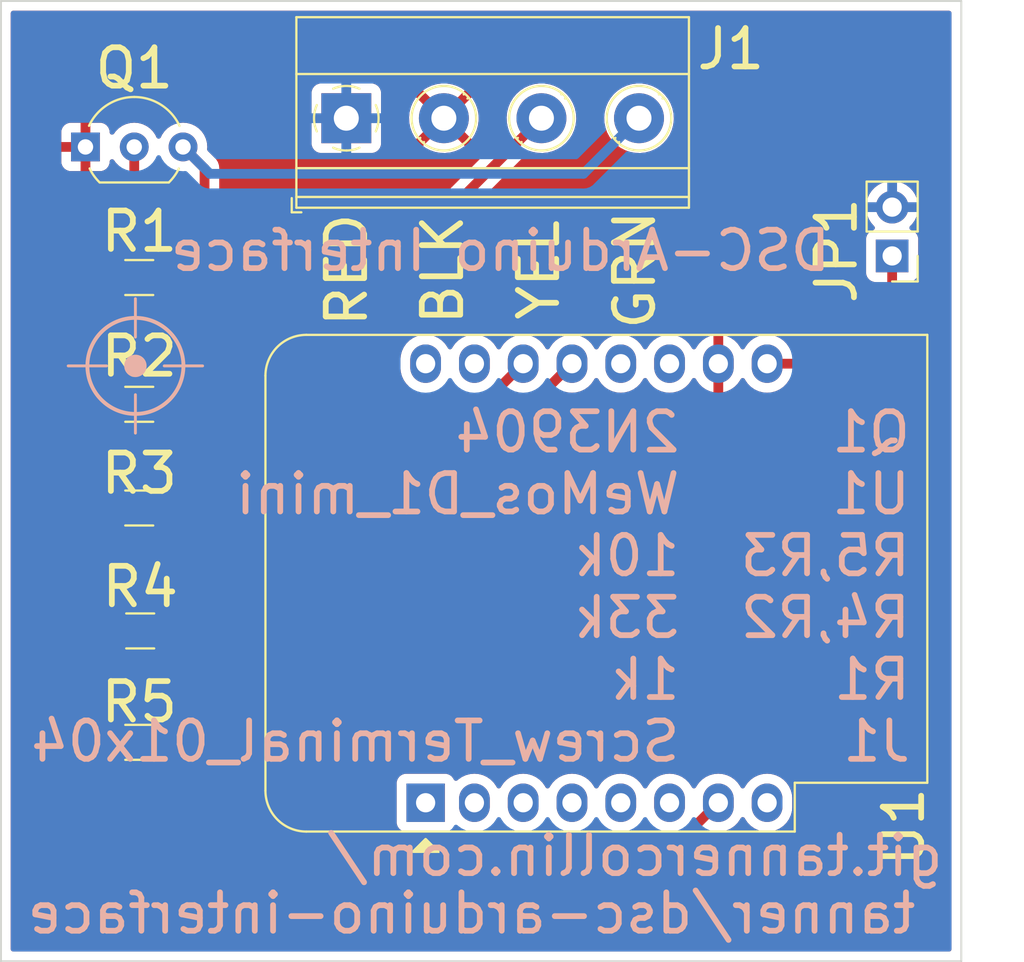
<source format=kicad_pcb>
(kicad_pcb (version 20211014) (generator pcbnew)

  (general
    (thickness 1.6)
  )

  (paper "A4")
  (layers
    (0 "F.Cu" signal)
    (31 "B.Cu" signal)
    (32 "B.Adhes" user "B.Adhesive")
    (33 "F.Adhes" user "F.Adhesive")
    (34 "B.Paste" user)
    (35 "F.Paste" user)
    (36 "B.SilkS" user "B.Silkscreen")
    (37 "F.SilkS" user "F.Silkscreen")
    (38 "B.Mask" user)
    (39 "F.Mask" user)
    (40 "Dwgs.User" user "User.Drawings")
    (41 "Cmts.User" user "User.Comments")
    (42 "Eco1.User" user "User.Eco1")
    (43 "Eco2.User" user "User.Eco2")
    (44 "Edge.Cuts" user)
    (45 "Margin" user)
    (46 "B.CrtYd" user "B.Courtyard")
    (47 "F.CrtYd" user "F.Courtyard")
    (48 "B.Fab" user)
    (49 "F.Fab" user)
    (50 "User.1" user)
    (51 "User.2" user)
    (52 "User.3" user)
    (53 "User.4" user)
    (54 "User.5" user)
    (55 "User.6" user)
    (56 "User.7" user)
    (57 "User.8" user)
    (58 "User.9" user)
  )

  (setup
    (stackup
      (layer "F.SilkS" (type "Top Silk Screen"))
      (layer "F.Paste" (type "Top Solder Paste"))
      (layer "F.Mask" (type "Top Solder Mask") (thickness 0.01))
      (layer "F.Cu" (type "copper") (thickness 0.035))
      (layer "dielectric 1" (type "core") (thickness 1.51) (material "FR4") (epsilon_r 4.5) (loss_tangent 0.02))
      (layer "B.Cu" (type "copper") (thickness 0.035))
      (layer "B.Mask" (type "Bottom Solder Mask") (thickness 0.01))
      (layer "B.Paste" (type "Bottom Solder Paste"))
      (layer "B.SilkS" (type "Bottom Silk Screen"))
      (copper_finish "None")
      (dielectric_constraints no)
    )
    (pad_to_mask_clearance 0)
    (grid_origin 80 49)
    (pcbplotparams
      (layerselection 0x00010fc_ffffffff)
      (disableapertmacros false)
      (usegerberextensions true)
      (usegerberattributes true)
      (usegerberadvancedattributes true)
      (creategerberjobfile false)
      (svguseinch false)
      (svgprecision 6)
      (excludeedgelayer true)
      (plotframeref false)
      (viasonmask false)
      (mode 1)
      (useauxorigin false)
      (hpglpennumber 1)
      (hpglpenspeed 20)
      (hpglpendiameter 15.000000)
      (dxfpolygonmode true)
      (dxfimperialunits true)
      (dxfusepcbnewfont true)
      (psnegative false)
      (psa4output false)
      (plotreference true)
      (plotvalue false)
      (plotinvisibletext false)
      (sketchpadsonfab false)
      (subtractmaskfromsilk true)
      (outputformat 1)
      (mirror false)
      (drillshape 0)
      (scaleselection 1)
      (outputdirectory "gerbers/")
    )
  )

  (net 0 "")
  (net 1 "+5V")
  (net 2 "GND")
  (net 3 "Yellow")
  (net 4 "Green")
  (net 5 "Net-(Q1-Pad2)")
  (net 6 "D1")
  (net 7 "D8")
  (net 8 "D2")
  (net 9 "unconnected-(U1-Pad1)")
  (net 10 "unconnected-(U1-Pad2)")
  (net 11 "unconnected-(U1-Pad3)")
  (net 12 "unconnected-(U1-Pad4)")
  (net 13 "unconnected-(U1-Pad5)")
  (net 14 "unconnected-(U1-Pad6)")
  (net 15 "unconnected-(U1-Pad8)")
  (net 16 "unconnected-(U1-Pad11)")
  (net 17 "unconnected-(U1-Pad12)")
  (net 18 "unconnected-(U1-Pad15)")
  (net 19 "unconnected-(U1-Pad16)")
  (net 20 "Net-(U1-Pad9)")

  (footprint "Resistor_SMD:R_1206_3216Metric_Pad1.30x1.75mm_HandSolder" (layer "F.Cu") (at 87.2 75.4 180))

  (footprint "Resistor_SMD:R_1206_3216Metric_Pad1.30x1.75mm_HandSolder" (layer "F.Cu") (at 87.2 87.6 180))

  (footprint "Resistor_SMD:R_1206_3216Metric_Pad1.30x1.75mm_HandSolder" (layer "F.Cu") (at 87.2 70))

  (footprint "Module:WEMOS_D1_mini_light" (layer "F.Cu") (at 102.11 90.745 90))

  (footprint "TerminalBlock_Phoenix:TerminalBlock_Phoenix_MKDS-1,5-4-5.08_1x04_P5.08mm_Horizontal" (layer "F.Cu") (at 97.98 55.105))

  (footprint "Resistor_SMD:R_1206_3216Metric_Pad1.30x1.75mm_HandSolder" (layer "F.Cu") (at 87.25 81.8))

  (footprint "Resistor_SMD:R_1206_3216Metric_Pad1.30x1.75mm_HandSolder" (layer "F.Cu") (at 87.2 63.4))

  (footprint "Connector_PinHeader_2.54mm:PinHeader_1x02_P2.54mm_Vertical" (layer "F.Cu") (at 126.4 62.275 180))

  (footprint "Package_TO_SOT_THT:TO-92_Inline_Wide" (layer "F.Cu") (at 84.4 56.6))

  (gr_circle (center 87 68) (end 89.5 68) (layer "B.SilkS") (width 0.2) (fill none) (tstamp 1d34910d-3e53-4951-893e-4525fba05846))
  (gr_line (start 87 64.5) (end 87 66.5) (layer "B.SilkS") (width 0.15) (tstamp 69b00187-a513-430a-a82e-3d555734b525))
  (gr_line (start 85.5 68) (end 83.5 68) (layer "B.SilkS") (width 0.15) (tstamp 995e3586-455c-4efb-89fb-b19555b05bf3))
  (gr_line (start 87 69.5) (end 87 71.5) (layer "B.SilkS") (width 0.15) (tstamp ea5e5607-d305-4c18-ae4b-134a28301696))
  (gr_line (start 88.5 68) (end 90.5 68) (layer "B.SilkS") (width 0.15) (tstamp f170298f-c5a4-4e16-9c9d-a4d9bcb027a8))
  (gr_circle (center 87 68) (end 87.508 68) (layer "B.SilkS") (width 0.15) (fill solid) (tstamp f735f9ea-1652-4ae9-bdb0-7e59e5f14900))
  (gr_rect (start 80 49) (end 130 99) (layer "Edge.Cuts") (width 0.1) (fill none) (tstamp 967f4c45-db15-4335-a00b-5f60ba8d8ca3))
  (gr_text "tanner/dsc-arduino-interface" (at 104.5 96.5) (layer "B.SilkS") (tstamp 2357f487-2ed6-4b85-abee-184cbe33f6cf)
    (effects (font (size 2 2) (thickness 0.3)) (justify mirror))
  )
  (gr_text "2N3904\nWeMos_D1_mini\n10k\n33k\n1k\nScrew_Terminal_01x04\n" (at 115.5 79.5) (layer "B.SilkS") (tstamp 30fc14f8-6834-4de8-844f-ebd6861b5e6c)
    (effects (font (size 2 2) (thickness 0.3)) (justify left mirror))
  )
  (gr_text "Q1\nU1\nR5,R3\nR4,R2\nR1\nJ1\n" (at 127.5 79.5) (layer "B.SilkS") (tstamp a117217a-794c-4ce3-ae6c-3c1ee28e8589)
    (effects (font (size 2 2) (thickness 0.3)) (justify left mirror))
  )
  (gr_text "git.tannercollin.com/" (at 113 93.5) (layer "B.SilkS") (tstamp dbb80f82-d7da-4ad0-afe2-6cb4d1c9a359)
    (effects (font (size 2 2) (thickness 0.3)) (justify mirror))
  )
  (gr_text "DSC-Arduino Interface\n" (at 106 62) (layer "B.SilkS") (tstamp e8d93ca1-a84c-4f0a-b4dc-1c27d2f383c6)
    (effects (font (size 2 2) (thickness 0.3)) (justify mirror))
  )
  (gr_text "GRN" (at 113 63 90) (layer "F.SilkS") (tstamp 25b06919-b358-4e57-a511-beb1f645ebba)
    (effects (font (size 2 2) (thickness 0.3)))
  )
  (gr_text "RED" (at 98 63 90) (layer "F.SilkS") (tstamp 3a887ec5-9bea-40a6-950a-1c42f4f70013)
    (effects (font (size 2 2) (thickness 0.3)))
  )
  (gr_text "YEL" (at 108 63 90) (layer "F.SilkS") (tstamp 5429c5e4-66a3-41d5-86e9-91ac9390c86a)
    (effects (font (size 2 2) (thickness 0.3)))
  )
  (gr_text "BLK" (at 103 63 90) (layer "F.SilkS") (tstamp 891623aa-18ad-4920-b291-f847a2c4b3d6)
    (effects (font (size 2 2) (thickness 0.3)))
  )

  (segment (start 86.8 66.6) (end 85.65 67.75) (width 0.508) (layer "F.Cu") (net 3) (tstamp 08baec10-7bd2-45b3-9df3-de865ad41966))
  (segment (start 108 55.245) (end 96.645 66.6) (width 0.508) (layer "F.Cu") (net 3) (tstamp 5dc5c9a1-bcff-472f-942f-96856c729b2e))
  (segment (start 96.645 66.6) (end 86.8 66.6) (width 0.508) (layer "F.Cu") (net 3) (tstamp be94ea5a-fce8-4a3a-9a88-392e9060c694))
  (segment (start 85.65 67.75) (end 85.65 70) (width 0.508) (layer "F.Cu") (net 3) (tstamp fa3047cd-563c-4112-9465-410fbb369a0d))
  (segment (start 90.6 64.4) (end 89.6 65.4) (width 0.508) (layer "F.Cu") (net 4) (tstamp 01c57b44-40f0-43ac-a4af-8c3b5101f37a))
  (segment (start 83.8 66.8) (end 83.8 79.9) (width 0.508) (layer "F.Cu") (net 4) (tstamp 6c9a1770-4056-4eec-b8af-11b16181bc8b))
  (segment (start 89.6 65.4) (end 85.2 65.4) (width 0.508) (layer "F.Cu") (net 4) (tstamp 920f3a66-6b15-4fed-9f9b-cb6d75764d57))
  (segment (start 85.2 65.4) (end 83.8 66.8) (width 0.508) (layer "F.Cu") (net 4) (tstamp c0b2219d-f143-4cb2-9ac2-ee6a852513c6))
  (segment (start 89.64 56.76) (end 90.6 57.72) (width 0.508) (layer "F.Cu") (net 4) (tstamp c5c9a128-6538-4e26-881c-525d8403a111))
  (segment (start 83.8 79.9) (end 85.7 81.8) (width 0.508) (layer "F.Cu") (net 4) (tstamp f230791f-1348-4010-8100-59b442a87b60))
  (segment (start 90.6 57.72) (end 90.6 64.4) (width 0.508) (layer "F.Cu") (net 4) (tstamp fbb725d8-61e4-4e12-bcda-a2199849b323))
  (segment (start 113.08 55.245) (end 110.325 58) (width 0.508) (layer "B.Cu") (net 4) (tstamp 52a716a6-97da-4708-a1f4-3ca58e32eb47))
  (segment (start 110.325 58) (end 90.88 58) (width 0.508) (layer "B.Cu") (net 4) (tstamp 905ad076-b8b4-4bf1-8ad5-b2a2c71f5894))
  (segment (start 90.88 58) (end 89.64 56.76) (width 0.508) (layer "B.Cu") (net 4) (tstamp a905528b-1293-4f42-ae21-f06d3a522f33))
  (segment (start 86.94 56.6) (end 86.94 59.14) (width 0.508) (layer "F.Cu") (net 5) (tstamp 70c026e5-3683-4b1f-84c2-88cc56a1e2df))
  (segment (start 88.75 60.95) (end 88.75 63.4) (width 0.508) (layer "F.Cu") (net 5) (tstamp c937445a-0cfa-4184-a636-3488cc012e6f))
  (segment (start 86.94 59.14) (end 88.75 60.95) (width 0.508) (layer "F.Cu") (net 5) (tstamp e8a96bbb-b5ad-43b8-a534-9a97fc226c24))
  (segment (start 88.75 70) (end 105.075 70) (width 0.508) (layer "F.Cu") (net 6) (tstamp 3c57edc8-4cfd-424e-a11b-6ac26e54a378))
  (segment (start 88.75 75.4) (end 88.75 70) (width 0.508) (layer "F.Cu") (net 6) (tstamp d96f04c9-2218-454e-b939-849cc00f603f))
  (segment (start 105.075 70) (end 107.19 67.885) (width 0.508) (layer "F.Cu") (net 6) (tstamp f2bd2143-bd7d-4f23-9e08-479634957484))
  (segment (start 83.8 63.4) (end 85.65 63.4) (width 0.508) (layer "F.Cu") (net 7) (tstamp 22e43ac9-048a-4b19-a3ce-d21ec500c532))
  (segment (start 85.6 93.2) (end 82.2 89.8) (width 0.508) (layer "F.Cu") (net 7) (tstamp 53eacfb1-5229-4fb6-8fb6-c03d9aac7d86))
  (segment (start 82.2 89.8) (end 82.2 65) (width 0.508) (layer "F.Cu") (net 7) (tstamp 86923d52-4646-4868-87cf-d904a514d701))
  (segment (start 114.895 93.2) (end 85.6 93.2) (width 0.508) (layer "F.Cu") (net 7) (tstamp 8d5ef0d9-fef3-49cb-8497-d36bcd975e53))
  (segment (start 82.2 65) (end 83.8 63.4) (width 0.508) (layer "F.Cu") (net 7) (tstamp c5954f32-8d4a-475a-b683-6c795155d05a))
  (segment (start 117.35 90.745) (end 114.895 93.2) (width 0.508) (layer "F.Cu") (net 7) (tstamp ebb65204-1c01-44fc-8faf-ac1274234fde))
  (segment (start 88.75 87.6) (end 88.75 81.85) (width 0.508) (layer "F.Cu") (net 8) (tstamp 50a2c033-e3d5-44e2-862d-002c9467eb19))
  (segment (start 95.815 81.8) (end 109.73 67.885) (width 0.508) (layer "F.Cu") (net 8) (tstamp add90ab8-ac92-4799-b671-6a48d59fe660))
  (segment (start 88.8 81.8) (end 95.815 81.8) (width 0.508) (layer "F.Cu") (net 8) (tstamp d24b0bbc-4694-48fc-b8d3-1809101d76d6))
  (segment (start 88.75 81.85) (end 88.8 81.8) (width 0.508) (layer "F.Cu") (net 8) (tstamp d49c8572-56d5-48a7-89a3-8724de1c203c))
  (segment (start 126.4 65.2) (end 123.715 67.885) (width 0.508) (layer "F.Cu") (net 20) (tstamp 73d1515d-c94b-403e-8256-59f48c6f9bc2))
  (segment (start 126.4 62.275) (end 126.4 65.2) (width 0.508) (layer "F.Cu") (net 20) (tstamp aa0bd87d-4b2b-46df-99b5-ac4242efe0f1))
  (segment (start 123.715 67.885) (end 119.89 67.885) (width 0.508) (layer "F.Cu") (net 20) (tstamp c52f6ecb-b9b9-42f4-b05b-ec107f61933f))

  (zone (net 2) (net_name "GND") (layer "F.Cu") (tstamp 66414df9-ed3e-46e2-9ef1-3a34353b4682) (hatch edge 0.508)
    (connect_pads (clearance 0.508))
    (min_thickness 0.254) (filled_areas_thickness no)
    (fill yes (thermal_gap 0.508) (thermal_bridge_width 0.508))
    (polygon
      (pts
        (xy 130 99)
        (xy 80 99)
        (xy 80 49)
        (xy 130 49)
      )
    )
    (filled_polygon
      (layer "F.Cu")
      (pts
        (xy 129.433621 49.528502)
        (xy 129.480114 49.582158)
        (xy 129.4915 49.6345)
        (xy 129.4915 98.3655)
        (xy 129.471498 98.433621)
        (xy 129.417842 98.480114)
        (xy 129.3655 98.4915)
        (xy 80.6345 98.4915)
        (xy 80.566379 98.471498)
        (xy 80.519886 98.417842)
        (xy 80.5085 98.3655)
        (xy 80.5085 89.773208)
        (xy 81.432776 89.773208)
        (xy 81.433369 89.7805)
        (xy 81.433369 89.780503)
        (xy 81.437085 89.826183)
        (xy 81.4375 89.836398)
        (xy 81.4375 89.844525)
        (xy 81.440811 89.872924)
        (xy 81.441238 89.877244)
        (xy 81.447191 89.950426)
        (xy 81.449447 89.957388)
        (xy 81.450643 89.963376)
        (xy 81.452051 89.969333)
        (xy 81.452899 89.976607)
        (xy 81.455397 89.983489)
        (xy 81.455398 89.983493)
        (xy 81.477945 90.045607)
        (xy 81.479355 90.049711)
        (xy 81.501987 90.119575)
        (xy 81.505787 90.125838)
        (xy 81.508325 90.13138)
        (xy 81.511067 90.136856)
        (xy 81.513566 90.143741)
        (xy 81.517581 90.149865)
        (xy 81.553815 90.205132)
        (xy 81.55613 90.2088)
        (xy 81.594227 90.271581)
        (xy 81.597941 90.275786)
        (xy 81.597943 90.275789)
        (xy 81.601667 90.280005)
        (xy 81.601638 90.280031)
        (xy 81.604238 90.282962)
        (xy 81.607042 90.286316)
        (xy 81.611054 90.292435)
        (xy 81.667586 90.345988)
        (xy 81.670028 90.348366)
        (xy 85.01319 93.691528)
        (xy 85.025577 93.705941)
        (xy 85.038546 93.723564)
        (xy 85.044129 93.728307)
        (xy 85.079055 93.757979)
        (xy 85.086571 93.764909)
        (xy 85.092315 93.770653)
        (xy 85.095189 93.772927)
        (xy 85.095196 93.772933)
        (xy 85.114711 93.788372)
        (xy 85.118115 93.791163)
        (xy 85.168472 93.833945)
        (xy 85.168476 93.833948)
        (xy 85.174051 93.838684)
        (xy 85.180568 93.842012)
        (xy 85.185632 93.845389)
        (xy 85.190856 93.848616)
        (xy 85.1966 93.85316)
        (xy 85.203231 93.856259)
        (xy 85.263082 93.884232)
        (xy 85.267033 93.886163)
        (xy 85.332404 93.919543)
        (xy 85.339519 93.921284)
        (xy 85.345265 93.923421)
        (xy 85.351048 93.925345)
        (xy 85.357679 93.928444)
        (xy 85.429557 93.943394)
        (xy 85.433829 93.944361)
        (xy 85.505112 93.961804)
        (xy 85.510711 93.962151)
        (xy 85.510715 93.962152)
        (xy 85.51633 93.9625)
        (xy 85.516328 93.962539)
        (xy 85.520229 93.962772)
        (xy 85.524588 93.963161)
        (xy 85.531756 93.964652)
        (xy 85.539073 93.964454)
        (xy 85.609577 93.962546)
        (xy 85.612986 93.9625)
        (xy 114.827624 93.9625)
        (xy 114.846574 93.963933)
        (xy 114.860973 93.966124)
        (xy 114.860979 93.966124)
        (xy 114.868208 93.967224)
        (xy 114.8755 93.966631)
        (xy 114.875503 93.966631)
        (xy 114.921183 93.962915)
        (xy 114.931398 93.9625)
        (xy 114.939525 93.9625)
        (xy 114.943161 93.962076)
        (xy 114.943163 93.962076)
        (xy 114.946615 93.961673)
        (xy 114.967924 93.959189)
        (xy 114.972244 93.958762)
        (xy 115.045426 93.952809)
        (xy 115.052388 93.950553)
        (xy 115.058376 93.949357)
        (xy 115.064333 93.947949)
        (xy 115.071607 93.947101)
        (xy 115.078489 93.944603)
        (xy 115.078493 93.944602)
        (xy 115.140607 93.922055)
        (xy 115.144711 93.920645)
        (xy 115.214575 93.898013)
        (xy 115.220838 93.894213)
        (xy 115.22638 93.891675)
        (xy 115.231856 93.888933)
        (xy 115.238741 93.886434)
        (xy 115.300132 93.846185)
        (xy 115.3038 93.84387)
        (xy 115.366581 93.805773)
        (xy 115.370786 93.802059)
        (xy 115.370789 93.802057)
        (xy 115.375005 93.798333)
        (xy 115.375031 93.798362)
        (xy 115.377962 93.795762)
        (xy 115.381316 93.792958)
        (xy 115.387435 93.788946)
        (xy 115.440989 93.732413)
        (xy 115.443366 93.729972)
        (xy 116.922898 92.25044)
        (xy 116.98521 92.216414)
        (xy 117.044604 92.217828)
        (xy 117.077883 92.226745)
        (xy 117.116599 92.237119)
        (xy 117.121913 92.238543)
        (xy 117.35 92.258498)
        (xy 117.578087 92.238543)
        (xy 117.5834 92.237119)
        (xy 117.583402 92.237119)
        (xy 117.793933 92.180707)
        (xy 117.793935 92.180706)
        (xy 117.799243 92.179284)
        (xy 117.804225 92.176961)
        (xy 118.001762 92.084849)
        (xy 118.001767 92.084846)
        (xy 118.006749 92.082523)
        (xy 118.148464 91.983293)
        (xy 118.189789 91.954357)
        (xy 118.189792 91.954355)
        (xy 118.1943 91.951198)
        (xy 118.356198 91.7893)
        (xy 118.487523 91.601749)
        (xy 118.489846 91.596767)
        (xy 118.489849 91.596762)
        (xy 118.505805 91.562543)
        (xy 118.552722 91.509258)
        (xy 118.620999 91.489797)
        (xy 118.688959 91.510339)
        (xy 118.734195 91.562543)
        (xy 118.750151 91.596762)
        (xy 118.750154 91.596767)
        (xy 118.752477 91.601749)
        (xy 118.883802 91.7893)
        (xy 119.0457 91.951198)
        (xy 119.050208 91.954355)
        (xy 119.050211 91.954357)
        (xy 119.091536 91.983293)
        (xy 119.233251 92.082523)
        (xy 119.238233 92.084846)
        (xy 119.238238 92.084849)
        (xy 119.435775 92.176961)
        (xy 119.440757 92.179284)
        (xy 119.446065 92.180706)
        (xy 119.446067 92.180707)
        (xy 119.656598 92.237119)
        (xy 119.6566 92.237119)
        (xy 119.661913 92.238543)
        (xy 119.89 92.258498)
        (xy 120.118087 92.238543)
        (xy 120.1234 92.237119)
        (xy 120.123402 92.237119)
        (xy 120.333933 92.180707)
        (xy 120.333935 92.180706)
        (xy 120.339243 92.179284)
        (xy 120.344225 92.176961)
        (xy 120.541762 92.084849)
        (xy 120.541767 92.084846)
        (xy 120.546749 92.082523)
        (xy 120.688464 91.983293)
        (xy 120.729789 91.954357)
        (xy 120.729792 91.954355)
        (xy 120.7343 91.951198)
        (xy 120.896198 91.7893)
        (xy 121.027523 91.601749)
        (xy 121.029846 91.596767)
        (xy 121.029849 91.596762)
        (xy 121.121961 91.399225)
        (xy 121.121961 91.399224)
        (xy 121.124284 91.394243)
        (xy 121.183543 91.173087)
        (xy 121.1985 91.002127)
        (xy 121.1985 90.487873)
        (xy 121.183543 90.316913)
        (xy 121.182119 90.311598)
        (xy 121.125707 90.101067)
        (xy 121.125706 90.101065)
        (xy 121.124284 90.095757)
        (xy 121.068724 89.976607)
        (xy 121.029849 89.893238)
        (xy 121.029846 89.893233)
        (xy 121.027523 89.888251)
        (xy 120.941903 89.765973)
        (xy 120.899357 89.705211)
        (xy 120.899355 89.705208)
        (xy 120.896198 89.7007)
        (xy 120.7343 89.538802)
        (xy 120.729792 89.535645)
        (xy 120.729789 89.535643)
        (xy 120.581731 89.431972)
        (xy 120.546749 89.407477)
        (xy 120.541767 89.405154)
        (xy 120.541762 89.405151)
        (xy 120.344225 89.313039)
        (xy 120.344224 89.313039)
        (xy 120.339243 89.310716)
        (xy 120.333935 89.309294)
        (xy 120.333933 89.309293)
        (xy 120.123402 89.252881)
        (xy 120.1234 89.252881)
        (xy 120.118087 89.251457)
        (xy 119.89 89.231502)
        (xy 119.661913 89.251457)
        (xy 119.6566 89.252881)
        (xy 119.656598 89.252881)
        (xy 119.446067 89.309293)
        (xy 119.446065 89.309294)
        (xy 119.440757 89.310716)
        (xy 119.435776 89.313039)
        (xy 119.435775 89.313039)
        (xy 119.238238 89.405151)
        (xy 119.238233 89.405154)
        (xy 119.233251 89.407477)
        (xy 119.198269 89.431972)
        (xy 119.050211 89.535643)
        (xy 119.050208 89.535645)
        (xy 119.0457 89.538802)
        (xy 118.883802 89.7007)
        (xy 118.880645 89.705208)
        (xy 118.880643 89.705211)
        (xy 118.838097 89.765973)
        (xy 118.752477 89.888251)
        (xy 118.750154 89.893233)
        (xy 118.750151 89.893238)
        (xy 118.734195 89.927457)
        (xy 118.687278 89.980742)
        (xy 118.619001 90.000203)
        (xy 118.551041 89.979661)
        (xy 118.505805 89.927457)
        (xy 118.489849 89.893238)
        (xy 118.489846 89.893233)
        (xy 118.487523 89.888251)
        (xy 118.401903 89.765973)
        (xy 118.359357 89.705211)
        (xy 118.359355 89.705208)
        (xy 118.356198 89.7007)
        (xy 118.1943 89.538802)
        (xy 118.189792 89.535645)
        (xy 118.189789 89.535643)
        (xy 118.041731 89.431972)
        (xy 118.006749 89.407477)
        (xy 118.001767 89.405154)
        (xy 118.001762 89.405151)
        (xy 117.804225 89.313039)
        (xy 117.804224 89.313039)
        (xy 117.799243 89.310716)
        (xy 117.793935 89.309294)
        (xy 117.793933 89.309293)
        (xy 117.583402 89.252881)
        (xy 117.5834 89.252881)
        (xy 117.578087 89.251457)
        (xy 117.35 89.231502)
        (xy 117.121913 89.251457)
        (xy 117.1166 89.252881)
        (xy 117.116598 89.252881)
        (xy 116.906067 89.309293)
        (xy 116.906065 89.309294)
        (xy 116.900757 89.310716)
        (xy 116.895776 89.313039)
        (xy 116.895775 89.313039)
        (xy 116.698238 89.405151)
        (xy 116.698233 89.405154)
        (xy 116.693251 89.407477)
        (xy 116.658269 89.431972)
        (xy 116.510211 89.535643)
        (xy 116.510208 89.535645)
        (xy 116.5057 89.538802)
        (xy 116.343802 89.7007)
        (xy 116.340645 89.705208)
        (xy 116.340643 89.705211)
        (xy 116.298097 89.765973)
        (xy 116.212477 89.888251)
        (xy 116.210154 89.893233)
        (xy 116.210151 89.893238)
        (xy 116.194195 89.927457)
        (xy 116.147278 89.980742)
        (xy 116.079001 90.000203)
        (xy 116.011041 89.979661)
        (xy 115.965805 89.927457)
        (xy 115.949849 89.893238)
        (xy 115.949846 89.893233)
        (xy 115.947523 89.888251)
        (xy 115.861903 89.765973)
        (xy 115.819357 89.705211)
        (xy 115.819355 89.705208)
        (xy 115.816198 89.7007)
        (xy 115.6543 89.538802)
        (xy 115.649792 89.535645)
        (xy 115.649789 89.535643)
        (xy 115.501731 89.431972)
        (xy 115.466749 89.407477)
        (xy 115.461767 89.405154)
        (xy 115.461762 89.405151)
        (xy 115.264225 89.313039)
        (xy 115.264224 89.313039)
        (xy 115.259243 89.310716)
        (xy 115.253935 89.309294)
        (xy 115.253933 89.309293)
        (xy 115.043402 89.252881)
        (xy 115.0434 89.252881)
        (xy 115.038087 89.251457)
        (xy 114.81 89.231502)
        (xy 114.581913 89.251457)
        (xy 114.5766 89.252881)
        (xy 114.576598 89.252881)
        (xy 114.366067 89.309293)
        (xy 114.366065 89.309294)
        (xy 114.360757 89.310716)
        (xy 114.355776 89.313039)
        (xy 114.355775 89.313039)
        (xy 114.158238 89.405151)
        (xy 114.158233 89.405154)
        (xy 114.153251 89.407477)
        (xy 114.118269 89.431972)
        (xy 113.970211 89.535643)
        (xy 113.970208 89.535645)
        (xy 113.9657 89.538802)
        (xy 113.803802 89.7007)
        (xy 113.800645 89.705208)
        (xy 113.800643 89.705211)
        (xy 113.758097 89.765973)
        (xy 113.672477 89.888251)
        (xy 113.670154 89.893233)
        (xy 113.670151 89.893238)
        (xy 113.654195 89.927457)
        (xy 113.607278 89.980742)
        (xy 113.539001 90.000203)
        (xy 113.471041 89.979661)
        (xy 113.425805 89.927457)
        (xy 113.409849 89.893238)
        (xy 113.409846 89.893233)
        (xy 113.407523 89.888251)
        (xy 113.321903 89.765973)
        (xy 113.279357 89.705211)
        (xy 113.279355 89.705208)
        (xy 113.276198 89.7007)
        (xy 113.1143 89.538802)
        (xy 113.109792 89.535645)
        (xy 113.109789 89.535643)
        (xy 112.961731 89.431972)
        (xy 112.926749 89.407477)
        (xy 112.921767 89.405154)
        (xy 112.921762 89.405151)
        (xy 112.724225 89.313039)
        (xy 112.724224 89.313039)
        (xy 112.719243 89.310716)
        (xy 112.713935 89.309294)
        (xy 112.713933 89.309293)
        (xy 112.503402 89.252881)
        (xy 112.5034 89.252881)
        (xy 112.498087 89.251457)
        (xy 112.27 89.231502)
        (xy 112.041913 89.251457)
        (xy 112.0366 89.252881)
        (xy 112.036598 89.252881)
        (xy 111.826067 89.309293)
        (xy 111.826065 89.309294)
        (xy 111.820757 89.310716)
        (xy 111.815776 89.313039)
        (xy 111.815775 89.313039)
        (xy 111.618238 89.405151)
        (xy 111.618233 89.405154)
        (xy 111.613251 89.407477)
        (xy 111.578269 89.431972)
        (xy 111.430211 89.535643)
        (xy 111.430208 89.535645)
        (xy 111.4257 89.538802)
        (xy 111.263802 89.7007)
        (xy 111.260645 89.705208)
        (xy 111.260643 89.705211)
        (xy 111.218097 89.765973)
        (xy 111.132477 89.888251)
        (xy 111.130154 89.893233)
        (xy 111.130151 89.893238)
        (xy 111.114195 89.927457)
        (xy 111.067278 89.980742)
        (xy 110.999001 90.000203)
        (xy 110.931041 89.979661)
        (xy 110.885805 89.927457)
        (xy 110.869849 89.893238)
        (xy 110.869846 89.893233)
        (xy 110.867523 89.888251)
        (xy 110.781903 89.765973)
        (xy 110.739357 89.705211)
        (xy 110.739355 89.705208)
        (xy 110.736198 89.7007)
        (xy 110.5743 89.538802)
        (xy 110.569792 89.535645)
        (xy 110.569789 89.535643)
        (xy 110.421731 89.431972)
        (xy 110.386749 89.407477)
        (xy 110.381767 89.405154)
        (xy 110.381762 89.405151)
        (xy 110.184225 89.313039)
        (xy 110.184224 89.313039)
        (xy 110.179243 89.310716)
        (xy 110.173935 89.309294)
        (xy 110.173933 89.309293)
        (xy 109.963402 89.252881)
        (xy 109.9634 89.252881)
        (xy 109.958087 89.251457)
        (xy 109.73 89.231502)
        (xy 109.501913 89.251457)
        (xy 109.4966 89.252881)
        (xy 109.496598 89.252881)
        (xy 109.286067 89.309293)
        (xy 109.286065 89.309294)
        (xy 109.280757 89.310716)
        (xy 109.275776 89.313039)
        (xy 109.275775 89.313039)
        (xy 109.078238 89.405151)
        (xy 109.078233 89.405154)
        (xy 109.073251 89.407477)
        (xy 109.038269 89.431972)
        (xy 108.890211 89.535643)
        (xy 108.890208 89.535645)
        (xy 108.8857 89.538802)
        (xy 108.723802 89.7007)
        (xy 108.720645 89.705208)
        (xy 108.720643 89.705211)
        (xy 108.678097 89.765973)
        (xy 108.592477 89.888251)
        (xy 108.590154 89.893233)
        (xy 108.590151 89.893238)
        (xy 108.574195 89.927457)
        (xy 108.527278 89.980742)
        (xy 108.459001 90.000203)
        (xy 108.391041 89.979661)
        (xy 108.345805 89.927457)
        (xy 108.329849 89.893238)
        (xy 108.329846 89.893233)
        (xy 108.327523 89.888251)
        (xy 108.241903 89.765973)
        (xy 108.199357 89.705211)
        (xy 108.199355 89.705208)
        (xy 108.196198 89.7007)
        (xy 108.0343 89.538802)
        (xy 108.029792 89.535645)
        (xy 108.029789 89.535643)
        (xy 107.881731 89.431972)
        (xy 107.846749 89.407477)
        (xy 107.841767 89.405154)
        (xy 107.841762 89.405151)
        (xy 107.644225 89.313039)
        (xy 107.644224 89.313039)
        (xy 107.639243 89.310716)
        (xy 107.633935 89.309294)
        (xy 107.633933 89.309293)
        (xy 107.423402 89.252881)
        (xy 107.4234 89.252881)
        (xy 107.418087 89.251457)
        (xy 107.19 89.231502)
        (xy 106.961913 89.251457)
        (xy 106.9566 89.252881)
        (xy 106.956598 89.252881)
        (xy 106.746067 89.309293)
        (xy 106.746065 89.309294)
        (xy 106.740757 89.310716)
        (xy 106.735776 89.313039)
        (xy 106.735775 89.313039)
        (xy 106.538238 89.405151)
        (xy 106.538233 89.405154)
        (xy 106.533251 89.407477)
        (xy 106.498269 89.431972)
        (xy 106.350211 89.535643)
        (xy 106.350208 89.535645)
        (xy 106.3457 89.538802)
        (xy 106.183802 89.7007)
        (xy 106.180645 89.705208)
        (xy 106.180643 89.705211)
        (xy 106.138097 89.765973)
        (xy 106.052477 89.888251)
        (xy 106.050154 89.893233)
        (xy 106.050151 89.893238)
        (xy 106.034195 89.927457)
        (xy 105.987278 89.980742)
        (xy 105.919001 90.000203)
        (xy 105.851041 89.979661)
        (xy 105.805805 89.927457)
        (xy 105.789849 89.893238)
        (xy 105.789846 89.893233)
        (xy 105.787523 89.888251)
        (xy 105.701903 89.765973)
        (xy 105.659357 89.705211)
        (xy 105.659355 89.705208)
        (xy 105.656198 89.7007)
        (xy 105.4943 89.538802)
        (xy 105.489792 89.535645)
        (xy 105.489789 89.535643)
        (xy 105.341731 89.431972)
        (xy 105.306749 89.407477)
        (xy 105.301767 89.405154)
        (xy 105.301762 89.405151)
        (xy 105.104225 89.313039)
        (xy 105.104224 89.313039)
        (xy 105.099243 89.310716)
        (xy 105.093935 89.309294)
        (xy 105.093933 89.309293)
        (xy 104.883402 89.252881)
        (xy 104.8834 89.252881)
        (xy 104.878087 89.251457)
        (xy 104.65 89.231502)
        (xy 104.421913 89.251457)
        (xy 104.4166 89.252881)
        (xy 104.416598 89.252881)
        (xy 104.206067 89.309293)
        (xy 104.206065 89.309294)
        (xy 104.200757 89.310716)
        (xy 104.195776 89.313039)
        (xy 104.195775 89.313039)
        (xy 103.998238 89.405151)
        (xy 103.998233 89.405154)
        (xy 103.993251 89.407477)
        (xy 103.958269 89.431972)
        (xy 103.810211 89.535643)
        (xy 103.810208 89.535645)
        (xy 103.8057 89.538802)
        (xy 103.776867 89.567635)
        (xy 103.714555 89.601661)
        (xy 103.64374 89.596596)
        (xy 103.586904 89.554049)
        (xy 103.56979 89.522768)
        (xy 103.563769 89.506707)
        (xy 103.563767 89.506703)
        (xy 103.560615 89.498295)
        (xy 103.473261 89.381739)
        (xy 103.356705 89.294385)
        (xy 103.220316 89.243255)
        (xy 103.158134 89.2365)
        (xy 101.061866 89.2365)
        (xy 100.999684 89.243255)
        (xy 100.863295 89.294385)
        (xy 100.746739 89.381739)
        (xy 100.659385 89.498295)
        (xy 100.608255 89.634684)
        (xy 100.6015 89.696866)
        (xy 100.6015 91.793134)
        (xy 100.608255 91.855316)
        (xy 100.659385 91.991705)
        (xy 100.746739 92.108261)
        (xy 100.753919 92.113642)
        (xy 100.855527 92.189793)
        (xy 100.863295 92.195615)
        (xy 100.871703 92.198767)
        (xy 100.875745 92.20098)
        (xy 100.92589 92.251239)
        (xy 100.940904 92.32063)
        (xy 100.916018 92.387122)
        (xy 100.859135 92.429605)
        (xy 100.815235 92.4375)
        (xy 85.968027 92.4375)
        (xy 85.899906 92.417498)
        (xy 85.878932 92.400595)
        (xy 82.999405 89.521067)
        (xy 82.965379 89.458755)
        (xy 82.9625 89.431972)
        (xy 82.9625 88.272095)
        (xy 84.492001 88.272095)
        (xy 84.492338 88.278614)
        (xy 84.502257 88.374206)
        (xy 84.505149 88.3876)
        (xy 84.556588 88.541784)
        (xy 84.562761 88.554962)
        (xy 84.648063 88.692807)
        (xy 84.657099 88.704208)
        (xy 84.771829 88.818739)
        (xy 84.78324 88.827751)
        (xy 84.921243 88.912816)
        (xy 84.934424 88.918963)
        (xy 85.08871 88.970138)
        (xy 85.102086 88.973005)
        (xy 85.196438 88.982672)
        (xy 85.202854 88.983)
        (xy 85.377885 88.983)
        (xy 85.393124 88.978525)
        (xy 85.394329 88.977135)
        (xy 85.396 88.969452)
        (xy 85.396 88.964884)
        (xy 85.904 88.964884)
        (xy 85.908475 88.980123)
        (xy 85.909865 88.981328)
        (xy 85.917548 88.982999)
        (xy 86.097095 88.982999)
        (xy 86.103614 88.982662)
        (xy 86.199206 88.972743)
        (xy 86.2126 88.969851)
        (xy 86.366784 88.918412)
        (xy 86.379962 88.912239)
        (xy 86.517807 88.826937)
        (xy 86.529208 88.817901)
        (xy 86.643739 88.703171)
        (xy 86.652751 88.69176)
        (xy 86.737816 88.553757)
        (xy 86.743963 88.540576)
        (xy 86.795138 88.38629)
        (xy 86.798005 88.372914)
        (xy 86.807672 88.278562)
        (xy 86.807834 88.2754)
        (xy 87.5915 88.2754)
        (xy 87.591837 88.278646)
        (xy 87.591837 88.27865)
        (xy 87.601752 88.374206)
        (xy 87.602474 88.381166)
        (xy 87.65845 88.548946)
        (xy 87.751522 88.699348)
        (xy 87.876697 88.824305)
        (xy 87.882927 88.828145)
        (xy 87.882928 88.828146)
        (xy 88.020288 88.912816)
        (xy 88.027262 88.917115)
        (xy 88.107005 88.943564)
        (xy 88.188611 88.970632)
        (xy 88.188613 88.970632)
        (xy 88.195139 88.972797)
        (xy 88.201975 88.973497)
        (xy 88.201978 88.973498)
        (xy 88.245031 88.977909)
        (xy 88.2996 88.9835)
        (xy 89.2004 88.9835)
        (xy 89.203646 88.983163)
        (xy 89.20365 88.983163)
        (xy 89.299308 88.973238)
        (xy 89.299312 88.973237)
        (xy 89.306166 88.972526)
        (xy 89.312702 88.970345)
        (xy 89.312704 88.970345)
        (xy 89.444806 88.926272)
        (xy 89.473946 88.91655)
        (xy 89.624348 88.823478)
        (xy 89.749305 88.698303)
        (xy 89.842115 88.547738)
        (xy 89.897797 88.379861)
        (xy 89.9085 88.2754)
        (xy 89.9085 86.9246)
        (xy 89.908163 86.92135)
        (xy 89.898238 86.825692)
        (xy 89.898237 86.825688)
        (xy 89.897526 86.818834)
        (xy 89.84155 86.651054)
        (xy 89.748478 86.500652)
        (xy 89.623303 86.375695)
        (xy 89.572384 86.344308)
        (xy 89.524891 86.291536)
        (xy 89.5125 86.237048)
        (xy 89.5125 83.193835)
        (xy 89.532502 83.125714)
        (xy 89.572197 83.086691)
        (xy 89.586832 83.077635)
        (xy 89.674348 83.023478)
        (xy 89.799305 82.898303)
        (xy 89.892115 82.747738)
        (xy 89.92492 82.648833)
        (xy 89.96535 82.590473)
        (xy 90.030914 82.563236)
        (xy 90.044513 82.5625)
        (xy 95.747624 82.5625)
        (xy 95.766574 82.563933)
        (xy 95.780973 82.566124)
        (xy 95.780979 82.566124)
        (xy 95.788208 82.567224)
        (xy 95.7955 82.566631)
        (xy 95.795503 82.566631)
        (xy 95.841183 82.562915)
        (xy 95.851398 82.5625)
        (xy 95.859525 82.5625)
        (xy 95.863161 82.562076)
        (xy 95.863163 82.562076)
        (xy 95.866615 82.561673)
        (xy 95.887924 82.559189)
        (xy 95.892244 82.558762)
        (xy 95.965426 82.552809)
        (xy 95.972388 82.550553)
        (xy 95.978376 82.549357)
        (xy 95.984333 82.547949)
        (xy 95.991607 82.547101)
        (xy 95.998489 82.544603)
        (xy 95.998493 82.544602)
        (xy 96.060607 82.522055)
        (xy 96.064711 82.520645)
        (xy 96.134575 82.498013)
        (xy 96.140838 82.494213)
        (xy 96.14638 82.491675)
        (xy 96.151856 82.488933)
        (xy 96.158741 82.486434)
        (xy 96.180478 82.472183)
        (xy 96.220132 82.446185)
        (xy 96.2238 82.44387)
        (xy 96.286581 82.405773)
        (xy 96.290786 82.402059)
        (xy 96.290789 82.402057)
        (xy 96.295005 82.398333)
        (xy 96.295031 82.398362)
        (xy 96.297962 82.395762)
        (xy 96.301316 82.392958)
        (xy 96.307435 82.388946)
        (xy 96.360989 82.332413)
        (xy 96.363366 82.329972)
        (xy 109.302898 69.39044)
        (xy 109.36521 69.356414)
        (xy 109.424604 69.357828)
        (xy 109.455319 69.366058)
        (xy 109.496599 69.377119)
        (xy 109.501913 69.378543)
        (xy 109.73 69.398498)
        (xy 109.958087 69.378543)
        (xy 109.9634 69.377119)
        (xy 109.963402 69.377119)
        (xy 110.173933 69.320707)
        (xy 110.173935 69.320706)
        (xy 110.179243 69.319284)
        (xy 110.185235 69.31649)
        (xy 110.381762 69.224849)
        (xy 110.381767 69.224846)
        (xy 110.386749 69.222523)
        (xy 110.491611 69.149098)
        (xy 110.569789 69.094357)
        (xy 110.569792 69.094355)
        (xy 110.5743 69.091198)
        (xy 110.736198 68.9293)
        (xy 110.867523 68.741749)
        (xy 110.869846 68.736767)
        (xy 110.869849 68.736762)
        (xy 110.885805 68.702543)
        (xy 110.932722 68.649258)
        (xy 111.000999 68.629797)
        (xy 111.068959 68.650339)
        (xy 111.114195 68.702543)
        (xy 111.130151 68.736762)
        (xy 111.130154 68.736767)
        (xy 111.132477 68.741749)
        (xy 111.263802 68.9293)
        (xy 111.4257 69.091198)
        (xy 111.430208 69.094355)
        (xy 111.430211 69.094357)
        (xy 111.508389 69.149098)
        (xy 111.613251 69.222523)
        (xy 111.618233 69.224846)
        (xy 111.618238 69.224849)
        (xy 111.814765 69.31649)
        (xy 111.820757 69.319284)
        (xy 111.826065 69.320706)
        (xy 111.826067 69.320707)
        (xy 112.036598 69.377119)
        (xy 112.0366 69.377119)
        (xy 112.041913 69.378543)
        (xy 112.27 69.398498)
        (xy 112.498087 69.378543)
        (xy 112.5034 69.377119)
        (xy 112.503402 69.377119)
        (xy 112.713933 69.320707)
        (xy 112.713935 69.320706)
        (xy 112.719243 69.319284)
        (xy 112.725235 69.31649)
        (xy 112.921762 69.224849)
        (xy 112.921767 69.224846)
        (xy 112.926749 69.222523)
        (xy 113.031611 69.149098)
        (xy 113.109789 69.094357)
        (xy 113.109792 69.094355)
        (xy 113.1143 69.091198)
        (xy 113.276198 68.9293)
        (xy 113.407523 68.741749)
        (xy 113.409846 68.736767)
        (xy 113.409849 68.736762)
        (xy 113.425805 68.702543)
        (xy 113.472722 68.649258)
        (xy 113.540999 68.629797)
        (xy 113.608959 68.650339)
        (xy 113.654195 68.702543)
        (xy 113.670151 68.736762)
        (xy 113.670154 68.736767)
        (xy 113.672477 68.741749)
        (xy 113.803802 68.9293)
        (xy 113.9657 69.091198)
        (xy 113.970208 69.094355)
        (xy 113.970211 69.094357)
        (xy 114.048389 69.149098)
        (xy 114.153251 69.222523)
        (xy 114.158233 69.224846)
        (xy 114.158238 69.224849)
        (xy 114.354765 69.31649)
        (xy 114.360757 69.319284)
        (xy 114.366065 69.320706)
        (xy 114.366067 69.320707)
        (xy 114.576598 69.377119)
        (xy 114.5766 69.377119)
        (xy 114.581913 69.378543)
        (xy 114.81 69.398498)
        (xy 115.038087 69.378543)
        (xy 115.0434 69.377119)
        (xy 115.043402 69.377119)
        (xy 115.253933 69.320707)
        (xy 115.253935 69.320706)
        (xy 115.259243 69.319284)
        (xy 115.265235 69.31649)
        (xy 115.461762 69.224849)
        (xy 115.461767 69.224846)
        (xy 115.466749 69.222523)
        (xy 115.571611 69.149098)
        (xy 115.649789 69.094357)
        (xy 115.649792 69.094355)
        (xy 115.6543 69.091198)
        (xy 115.816198 68.9293)
        (xy 115.947523 68.741749)
        (xy 115.949846 68.736767)
        (xy 115.949849 68.736762)
        (xy 115.966081 68.701951)
        (xy 116.012998 68.648666)
        (xy 116.081275 68.629205)
        (xy 116.149235 68.649747)
        (xy 116.194471 68.701951)
        (xy 116.210586 68.736511)
        (xy 116.216069 68.746007)
        (xy 116.341028 68.924467)
        (xy 116.348084 68.932875)
        (xy 116.502125 69.086916)
        (xy 116.510533 69.093972)
        (xy 116.688993 69.218931)
        (xy 116.698489 69.224414)
        (xy 116.895947 69.31649)
        (xy 116.906239 69.320236)
        (xy 117.078503 69.366394)
        (xy 117.092599 69.366058)
        (xy 117.096 69.358116)
        (xy 117.096 69.352967)
        (xy 117.604 69.352967)
        (xy 117.607973 69.366498)
        (xy 117.616522 69.367727)
        (xy 117.793761 69.320236)
        (xy 117.804053 69.31649)
        (xy 118.001511 69.224414)
        (xy 118.011007 69.218931)
        (xy 118.189467 69.093972)
        (xy 118.197875 69.086916)
        (xy 118.351916 68.932875)
        (xy 118.358972 68.924467)
        (xy 118.483931 68.746007)
        (xy 118.489414 68.736511)
        (xy 118.505529 68.701951)
        (xy 118.552446 68.648666)
        (xy 118.620723 68.629205)
        (xy 118.688683 68.649747)
        (xy 118.733919 68.701951)
        (xy 118.750151 68.736762)
        (xy 118.750154 68.736767)
        (xy 118.752477 68.741749)
        (xy 118.883802 68.9293)
        (xy 119.0457 69.091198)
        (xy 119.050208 69.094355)
        (xy 119.050211 69.094357)
        (xy 119.128389 69.149098)
        (xy 119.233251 69.222523)
        (xy 119.238233 69.224846)
        (xy 119.238238 69.224849)
        (xy 119.434765 69.31649)
        (xy 119.440757 69.319284)
        (xy 119.446065 69.320706)
        (xy 119.446067 69.320707)
        (xy 119.656598 69.377119)
        (xy 119.6566 69.377119)
        (xy 119.661913 69.378543)
        (xy 119.89 69.398498)
        (xy 120.118087 69.378543)
        (xy 120.1234 69.377119)
        (xy 120.123402 69.377119)
        (xy 120.333933 69.320707)
        (xy 120.333935 69.320706)
        (xy 120.339243 69.319284)
        (xy 120.345235 69.31649)
        (xy 120.541762 69.224849)
        (xy 120.541767 69.224846)
        (xy 120.546749 69.222523)
        (xy 120.651611 69.149098)
        (xy 120.729789 69.094357)
        (xy 120.729792 69.094355)
        (xy 120.7343 69.091198)
        (xy 120.896198 68.9293)
        (xy 121.027523 68.741749)
        (xy 121.029848 68.736764)
        (xy 121.029851 68.736758)
        (xy 121.037548 68.720251)
        (xy 121.084465 68.666965)
        (xy 121.151743 68.6475)
        (xy 123.647624 68.6475)
        (xy 123.666574 68.648933)
        (xy 123.680973 68.651124)
        (xy 123.680979 68.651124)
        (xy 123.688208 68.652224)
        (xy 123.6955 68.651631)
        (xy 123.695503 68.651631)
        (xy 123.741183 68.647915)
        (xy 123.751398 68.6475)
        (xy 123.759525 68.6475)
        (xy 123.763161 68.647076)
        (xy 123.763163 68.647076)
        (xy 123.766615 68.646673)
        (xy 123.787924 68.644189)
        (xy 123.792244 68.643762)
        (xy 123.865426 68.637809)
        (xy 123.872388 68.635553)
        (xy 123.878376 68.634357)
        (xy 123.884333 68.632949)
        (xy 123.891607 68.632101)
        (xy 123.898489 68.629603)
        (xy 123.898493 68.629602)
        (xy 123.960607 68.607055)
        (xy 123.964711 68.605645)
        (xy 124.034575 68.583013)
        (xy 124.040838 68.579213)
        (xy 124.04638 68.576675)
        (xy 124.051856 68.573933)
        (xy 124.058741 68.571434)
        (xy 124.120132 68.531185)
        (xy 124.1238 68.52887)
        (xy 124.186581 68.490773)
        (xy 124.190786 68.487059)
        (xy 124.190789 68.487057)
        (xy 124.195005 68.483333)
        (xy 124.195031 68.483362)
        (xy 124.197962 68.480762)
        (xy 124.201316 68.477958)
        (xy 124.207435 68.473946)
        (xy 124.260989 68.417413)
        (xy 124.263366 68.414972)
        (xy 126.891528 65.78681)
        (xy 126.905941 65.774423)
        (xy 126.917665 65.765795)
        (xy 126.923564 65.761454)
        (xy 126.957979 65.720945)
        (xy 126.964909 65.713429)
        (xy 126.970653 65.707685)
        (xy 126.972927 65.704811)
        (xy 126.972933 65.704804)
        (xy 126.988372 65.685289)
        (xy 126.991163 65.681885)
        (xy 127.033945 65.631528)
        (xy 127.033948 65.631524)
        (xy 127.038684 65.625949)
        (xy 127.042011 65.619434)
        (xy 127.045392 65.614364)
        (xy 127.048617 65.609142)
        (xy 127.05316 65.6034)
        (xy 127.084246 65.536888)
        (xy 127.086152 65.532988)
        (xy 127.116213 65.474117)
        (xy 127.119543 65.467596)
        (xy 127.121284 65.460479)
        (xy 127.123411 65.454761)
        (xy 127.125342 65.448955)
        (xy 127.128443 65.442321)
        (xy 127.143391 65.370461)
        (xy 127.144359 65.366181)
        (xy 127.160469 65.300343)
        (xy 127.161804 65.294888)
        (xy 127.1625 65.28367)
        (xy 127.162539 65.283672)
        (xy 127.162772 65.279771)
        (xy 127.163161 65.275412)
        (xy 127.164652 65.268244)
        (xy 127.162546 65.190424)
        (xy 127.1625 65.187015)
        (xy 127.1625 63.7595)
        (xy 127.182502 63.691379)
        (xy 127.236158 63.644886)
        (xy 127.2885 63.6335)
        (xy 127.298134 63.6335)
        (xy 127.360316 63.626745)
        (xy 127.496705 63.575615)
        (xy 127.613261 63.488261)
        (xy 127.700615 63.371705)
        (xy 127.751745 63.235316)
        (xy 127.7585 63.173134)
        (xy 127.7585 61.376866)
        (xy 127.751745 61.314684)
        (xy 127.700615 61.178295)
        (xy 127.613261 61.061739)
        (xy 127.496705 60.974385)
        (xy 127.483669 60.969498)
        (xy 127.378203 60.92996)
        (xy 127.321439 60.887318)
        (xy 127.296739 60.820756)
        (xy 127.311947 60.751408)
        (xy 127.333493 60.722727)
        (xy 127.434435 60.622137)
        (xy 127.438096 60.618489)
        (xy 127.497594 60.535689)
        (xy 127.565435 60.441277)
        (xy 127.568453 60.437077)
        (xy 127.585364 60.402861)
        (xy 127.665136 60.241453)
        (xy 127.665137 60.241451)
        (xy 127.66743 60.236811)
        (xy 127.73237 60.023069)
        (xy 127.761529 59.80159)
        (xy 127.763156 59.735)
        (xy 127.744852 59.512361)
        (xy 127.690431 59.295702)
        (xy 127.601354 59.09084)
        (xy 127.480014 58.903277)
        (xy 127.32967 58.738051)
        (xy 127.325619 58.734852)
        (xy 127.325615 58.734848)
        (xy 127.158414 58.6028)
        (xy 127.15841 58.602798)
        (xy 127.154359 58.599598)
        (xy 126.958789 58.491638)
        (xy 126.95392 58.489914)
        (xy 126.953916 58.489912)
        (xy 126.753087 58.418795)
        (xy 126.753083 58.418794)
        (xy 126.748212 58.417069)
        (xy 126.743119 58.416162)
        (xy 126.743116 58.416161)
        (xy 126.533373 58.3788)
        (xy 126.533367 58.378799)
        (xy 126.528284 58.377894)
        (xy 126.454452 58.376992)
        (xy 126.310081 58.375228)
        (xy 126.310079 58.375228)
        (xy 126.304911 58.375165)
        (xy 126.084091 58.408955)
        (xy 125.871756 58.478357)
        (xy 125.673607 58.581507)
        (xy 125.669474 58.58461)
        (xy 125.669471 58.584612)
        (xy 125.645247 58.6028)
        (xy 125.494965 58.715635)
        (xy 125.340629 58.877138)
        (xy 125.214743 59.06168)
        (xy 125.167715 59.162993)
        (xy 125.142524 59.217264)
        (xy 125.120688 59.264305)
        (xy 125.060989 59.47957)
        (xy 125.037251 59.701695)
        (xy 125.037548 59.706848)
        (xy 125.037548 59.706851)
        (xy 125.043011 59.80159)
        (xy 125.05011 59.924715)
        (xy 125.051247 59.929761)
        (xy 125.051248 59.929767)
        (xy 125.071119 60.017939)
        (xy 125.099222 60.142639)
        (xy 125.183266 60.349616)
        (xy 125.299987 60.540088)
        (xy 125.44625 60.708938)
        (xy 125.45023 60.712242)
        (xy 125.454981 60.716187)
        (xy 125.494616 60.77509)
        (xy 125.496113 60.846071)
        (xy 125.458997 60.906593)
        (xy 125.418724 60.931112)
        (xy 125.303295 60.974385)
        (xy 125.186739 61.061739)
        (xy 125.099385 61.178295)
        (xy 125.048255 61.314684)
        (xy 125.0415 61.376866)
        (xy 125.0415 63.173134)
        (xy 125.048255 63.235316)
        (xy 125.099385 63.371705)
        (xy 125.186739 63.488261)
        (xy 125.303295 63.575615)
        (xy 125.439684 63.626745)
        (xy 125.501866 63.6335)
        (xy 125.5115 63.6335)
        (xy 125.579621 63.653502)
        (xy 125.626114 63.707158)
        (xy 125.6375 63.7595)
        (xy 125.6375 64.831972)
        (xy 125.617498 64.900093)
        (xy 125.600595 64.921067)
        (xy 123.436067 67.085595)
        (xy 123.373755 67.119621)
        (xy 123.346972 67.1225)
        (xy 121.151743 67.1225)
        (xy 121.083622 67.102498)
        (xy 121.037548 67.049749)
        (xy 121.029851 67.033242)
        (xy 121.029848 67.033236)
        (xy 121.027523 67.028251)
        (xy 120.896198 66.8407)
        (xy 120.7343 66.678802)
        (xy 120.729792 66.675645)
        (xy 120.729789 66.675643)
        (xy 120.651611 66.620902)
        (xy 120.546749 66.547477)
        (xy 120.541767 66.545154)
        (xy 120.541762 66.545151)
        (xy 120.344225 66.453039)
        (xy 120.344224 66.453039)
        (xy 120.339243 66.450716)
        (xy 120.333935 66.449294)
        (xy 120.333933 66.449293)
        (xy 120.123402 66.392881)
        (xy 120.1234 66.392881)
        (xy 120.118087 66.391457)
        (xy 119.89 66.371502)
        (xy 119.661913 66.391457)
        (xy 119.6566 66.392881)
        (xy 119.656598 66.392881)
        (xy 119.446067 66.449293)
        (xy 119.446065 66.449294)
        (xy 119.440757 66.450716)
        (xy 119.435776 66.453039)
        (xy 119.435775 66.453039)
        (xy 119.238238 66.545151)
        (xy 119.238233 66.545154)
        (xy 119.233251 66.547477)
        (xy 119.128389 66.620902)
        (xy 119.050211 66.675643)
        (xy 119.050208 66.675645)
        (xy 119.0457 66.678802)
        (xy 118.883802 66.8407)
        (xy 118.752477 67.028251)
        (xy 118.750154 67.033233)
        (xy 118.750151 67.033238)
        (xy 118.733919 67.068049)
        (xy 118.687002 67.121334)
        (xy 118.618725 67.140795)
        (xy 118.550765 67.120253)
        (xy 118.505529 67.068049)
        (xy 118.489414 67.033489)
        (xy 118.483931 67.023993)
        (xy 118.358972 66.845533)
        (xy 118.351916 66.837125)
        (xy 118.197875 66.683084)
        (xy 118.189467 66.676028)
        (xy 118.011007 66.551069)
        (xy 118.001511 66.545586)
        (xy 117.804053 66.45351)
        (xy 117.793761 66.449764)
        (xy 117.621497 66.403606)
        (xy 117.607401 66.403942)
        (xy 117.604 66.411884)
        (xy 117.604 69.352967)
        (xy 117.096 69.352967)
        (xy 117.096 66.417033)
        (xy 117.092027 66.403502)
        (xy 117.083478 66.402273)
        (xy 116.906239 66.449764)
        (xy 116.895947 66.45351)
        (xy 116.698489 66.545586)
        (xy 116.688993 66.551069)
        (xy 116.510533 66.676028)
        (xy 116.502125 66.683084)
        (xy 116.348084 66.837125)
        (xy 116.341028 66.845533)
        (xy 116.216069 67.023993)
        (xy 116.210586 67.033489)
        (xy 116.194471 67.068049)
        (xy 116.147554 67.121334)
        (xy 116.079277 67.140795)
        (xy 116.011317 67.120253)
        (xy 115.966081 67.068049)
        (xy 115.949849 67.033238)
        (xy 115.949846 67.033233)
        (xy 115.947523 67.028251)
        (xy 115.816198 66.8407)
        (xy 115.6543 66.678802)
        (xy 115.649792 66.675645)
        (xy 115.649789 66.675643)
        (xy 115.571611 66.620902)
        (xy 115.466749 66.547477)
        (xy 115.461767 66.545154)
        (xy 115.461762 66.545151)
        (xy 115.264225 66.453039)
        (xy 115.264224 66.453039)
        (xy 115.259243 66.450716)
        (xy 115.253935 66.449294)
        (xy 115.253933 66.449293)
        (xy 115.043402 66.392881)
        (xy 115.0434 66.392881)
        (xy 115.038087 66.391457)
        (xy 114.81 66.371502)
        (xy 114.581913 66.391457)
        (xy 114.5766 66.392881)
        (xy 114.576598 66.392881)
        (xy 114.366067 66.449293)
        (xy 114.366065 66.449294)
        (xy 114.360757 66.450716)
        (xy 114.355776 66.453039)
        (xy 114.355775 66.453039)
        (xy 114.158238 66.545151)
        (xy 114.158233 66.545154)
        (xy 114.153251 66.547477)
        (xy 114.048389 66.620902)
        (xy 113.970211 66.675643)
        (xy 113.970208 66.675645)
        (xy 113.9657 66.678802)
        (xy 113.803802 66.8407)
        (xy 113.672477 67.028251)
        (xy 113.670154 67.033233)
        (xy 113.670151 67.033238)
        (xy 113.654195 67.067457)
        (xy 113.607278 67.120742)
        (xy 113.539001 67.140203)
        (xy 113.471041 67.119661)
        (xy 113.425805 67.067457)
        (xy 113.409849 67.033238)
        (xy 113.409846 67.033233)
        (xy 113.407523 67.028251)
        (xy 113.276198 66.8407)
        (xy 113.1143 66.678802)
        (xy 113.109792 66.675645)
        (xy 113.109789 66.675643)
        (xy 113.031611 66.620902)
        (xy 112.926749 66.547477)
        (xy 112.921767 66.545154)
        (xy 112.921762 66.545151)
        (xy 112.724225 66.453039)
        (xy 112.724224 66.453039)
        (xy 112.719243 66.450716)
        (xy 112.713935 66.449294)
        (xy 112.713933 66.449293)
        (xy 112.503402 66.392881)
        (xy 112.5034 66.392881)
        (xy 112.498087 66.391457)
        (xy 112.27 66.371502)
        (xy 112.041913 66.391457)
        (xy 112.0366 66.392881)
        (xy 112.036598 66.392881)
        (xy 111.826067 66.449293)
        (xy 111.826065 66.449294)
        (xy 111.820757 66.450716)
        (xy 111.815776 66.453039)
        (xy 111.815775 66.453039)
        (xy 111.618238 66.545151)
        (xy 111.618233 66.545154)
        (xy 111.613251 66.547477)
        (xy 111.508389 66.620902)
        (xy 111.430211 66.675643)
        (xy 111.430208 66.675645)
        (xy 111.4257 66.678802)
        (xy 111.263802 66.8407)
        (xy 111.132477 67.028251)
        (xy 111.130154 67.033233)
        (xy 111.130151 67.033238)
        (xy 111.114195 67.067457)
        (xy 111.067278 67.120742)
        (xy 110.999001 67.140203)
        (xy 110.931041 67.119661)
        (xy 110.885805 67.067457)
        (xy 110.869849 67.033238)
        (xy 110.869846 67.033233)
        (xy 110.867523 67.028251)
        (xy 110.736198 66.8407)
        (xy 110.5743 66.678802)
        (xy 110.569792 66.675645)
        (xy 110.569789 66.675643)
        (xy 110.491611 66.620902)
        (xy 110.386749 66.547477)
        (xy 110.381767 66.545154)
        (xy 110.381762 66.545151)
        (xy 110.184225 66.453039)
        (xy 110.184224 66.453039)
        (xy 110.179243 66.450716)
        (xy 110.173935 66.449294)
        (xy 110.173933 66.449293)
        (xy 109.963402 66.392881)
        (xy 109.9634 66.392881)
        (xy 109.958087 66.391457)
        (xy 109.73 66.371502)
        (xy 109.501913 66.391457)
        (xy 109.4966 66.392881)
        (xy 109.496598 66.392881)
        (xy 109.286067 66.449293)
        (xy 109.286065 66.449294)
        (xy 109.280757 66.450716)
        (xy 109.275776 66.453039)
        (xy 109.275775 66.453039)
        (xy 109.078238 66.545151)
        (xy 109.078233 66.545154)
        (xy 109.073251 66.547477)
        (xy 108.968389 66.620902)
        (xy 108.890211 66.675643)
        (xy 108.890208 66.675645)
        (xy 108.8857 66.678802)
        (xy 108.723802 66.8407)
        (xy 108.592477 67.028251)
        (xy 108.590154 67.033233)
        (xy 108.590151 67.033238)
        (xy 108.574195 67.067457)
        (xy 108.527278 67.120742)
        (xy 108.459001 67.140203)
        (xy 108.391041 67.119661)
        (xy 108.345805 67.067457)
        (xy 108.329849 67.033238)
        (xy 108.329846 67.033233)
        (xy 108.327523 67.028251)
        (xy 108.196198 66.8407)
        (xy 108.0343 66.678802)
        (xy 108.029792 66.675645)
        (xy 108.029789 66.675643)
        (xy 107.951611 66.620902)
        (xy 107.846749 66.547477)
        (xy 107.841767 66.545154)
        (xy 107.841762 66.545151)
        (xy 107.644225 66.453039)
        (xy 107.644224 66.453039)
        (xy 107.639243 66.450716)
        (xy 107.633935 66.449294)
        (xy 107.633933 66.449293)
        (xy 107.423402 66.392881)
        (xy 107.4234 66.392881)
        (xy 107.418087 66.391457)
        (xy 107.19 66.371502)
        (xy 106.961913 66.391457)
        (xy 106.9566 66.392881)
        (xy 106.956598 66.392881)
        (xy 106.746067 66.449293)
        (xy 106.746065 66.449294)
        (xy 106.740757 66.450716)
        (xy 106.735776 66.453039)
        (xy 106.735775 66.453039)
        (xy 106.538238 66.545151)
        (xy 106.538233 66.545154)
        (xy 106.533251 66.547477)
        (xy 106.428389 66.620902)
        (xy 106.350211 66.675643)
        (xy 106.350208 66.675645)
        (xy 106.3457 66.678802)
        (xy 106.183802 66.8407)
        (xy 106.052477 67.028251)
        (xy 106.050154 67.033233)
        (xy 106.050151 67.033238)
        (xy 106.034195 67.067457)
        (xy 105.987278 67.120742)
        (xy 105.919001 67.140203)
        (xy 105.851041 67.119661)
        (xy 105.805805 67.067457)
        (xy 105.789849 67.033238)
        (xy 105.789846 67.033233)
        (xy 105.787523 67.028251)
        (xy 105.656198 66.8407)
        (xy 105.4943 66.678802)
        (xy 105.489792 66.675645)
        (xy 105.489789 66.675643)
        (xy 105.411611 66.620902)
        (xy 105.306749 66.547477)
        (xy 105.301767 66.545154)
        (xy 105.301762 66.545151)
        (xy 105.104225 66.453039)
        (xy 105.104224 66.453039)
        (xy 105.099243 66.450716)
        (xy 105.093935 66.449294)
        (xy 105.093933 66.449293)
        (xy 104.883402 66.392881)
        (xy 104.8834 66.392881)
        (xy 104.878087 66.391457)
        (xy 104.65 66.371502)
        (xy 104.421913 66.391457)
        (xy 104.4166 66.392881)
        (xy 104.416598 66.392881)
        (xy 104.206067 66.449293)
        (xy 104.206065 66.449294)
        (xy 104.200757 66.450716)
        (xy 104.195776 66.453039)
        (xy 104.195775 66.453039)
        (xy 103.998238 66.545151)
        (xy 103.998233 66.545154)
        (xy 103.993251 66.547477)
        (xy 103.888389 66.620902)
        (xy 103.810211 66.675643)
        (xy 103.810208 66.675645)
        (xy 103.8057 66.678802)
        (xy 103.643802 66.8407)
        (xy 103.512477 67.028251)
        (xy 103.510154 67.033233)
        (xy 103.510151 67.033238)
        (xy 103.494195 67.067457)
        (xy 103.447278 67.120742)
        (xy 103.379001 67.140203)
        (xy 103.311041 67.119661)
        (xy 103.265805 67.067457)
        (xy 103.249849 67.033238)
        (xy 103.249846 67.033233)
        (xy 103.247523 67.028251)
        (xy 103.116198 66.8407)
        (xy 102.9543 66.678802)
        (xy 102.949792 66.675645)
        (xy 102.949789 66.675643)
        (xy 102.871611 66.620902)
        (xy 102.766749 66.547477)
        (xy 102.761767 66.545154)
        (xy 102.761762 66.545151)
        (xy 102.564225 66.453039)
        (xy 102.564224 66.453039)
        (xy 102.559243 66.450716)
        (xy 102.553935 66.449294)
        (xy 102.553933 66.449293)
        (xy 102.343402 66.392881)
        (xy 102.3434 66.392881)
        (xy 102.338087 66.391457)
        (xy 102.11 66.371502)
        (xy 101.881913 66.391457)
        (xy 101.8766 66.392881)
        (xy 101.876598 66.392881)
        (xy 101.666067 66.449293)
        (xy 101.666065 66.449294)
        (xy 101.660757 66.450716)
        (xy 101.655776 66.453039)
        (xy 101.655775 66.453039)
        (xy 101.458238 66.545151)
        (xy 101.458233 66.545154)
        (xy 101.453251 66.547477)
        (xy 101.348389 66.620902)
        (xy 101.270211 66.675643)
        (xy 101.270208 66.675645)
        (xy 101.2657 66.678802)
        (xy 101.103802 66.8407)
        (xy 100.972477 67.028251)
        (xy 100.970154 67.033233)
        (xy 100.970151 67.033238)
        (xy 100.878841 67.229055)
        (xy 100.875716 67.235757)
        (xy 100.874294 67.241065)
        (xy 100.874293 67.241067)
        (xy 100.827666 67.415081)
        (xy 100.816457 67.456913)
        (xy 100.814227 67.482404)
        (xy 100.805353 67.583838)
        (xy 100.8015 67.627873)
        (xy 100.8015 68.142127)
        (xy 100.816457 68.313087)
        (xy 100.817881 68.3184)
        (xy 100.817881 68.318402)
        (xy 100.862075 68.483333)
        (xy 100.875716 68.534243)
        (xy 100.878039 68.539224)
        (xy 100.878039 68.539225)
        (xy 100.970151 68.736762)
        (xy 100.970154 68.736767)
        (xy 100.972477 68.741749)
        (xy 101.103802 68.9293)
        (xy 101.196907 69.022405)
        (xy 101.230933 69.084717)
        (xy 101.225868 69.155532)
        (xy 101.183321 69.212368)
        (xy 101.116801 69.237179)
        (xy 101.107812 69.2375)
        (xy 89.994544 69.2375)
        (xy 89.926423 69.217498)
        (xy 89.87993 69.163842)
        (xy 89.87502 69.151376)
        (xy 89.853515 69.086916)
        (xy 89.84155 69.051054)
        (xy 89.748478 68.900652)
        (xy 89.623303 68.775695)
        (xy 89.575546 68.746257)
        (xy 89.478968 68.686725)
        (xy 89.478966 68.686724)
        (xy 89.472738 68.682885)
        (xy 89.392995 68.656436)
        (xy 89.311389 68.629368)
        (xy 89.311387 68.629368)
        (xy 89.304861 68.627203)
        (xy 89.298025 68.626503)
        (xy 89.298022 68.626502)
        (xy 89.254969 68.622091)
        (xy 89.2004 68.6165)
        (xy 88.2996 68.6165)
        (xy 88.296354 68.616837)
        (xy 88.29635 68.616837)
        (xy 88.200692 68.626762)
        (xy 88.200688 68.626763)
        (xy 88.193834 68.627474)
        (xy 88.187298 68.629655)
        (xy 88.187296 68.629655)
        (xy 88.119649 68.652224)
        (xy 88.026054 68.68345)
        (xy 87.875652 68.776522)
        (xy 87.750695 68.901697)
        (xy 87.746855 68.907927)
        (xy 87.746854 68.907928)
        (xy 87.731477 68.932875)
        (xy 87.657885 69.052262)
        (xy 87.643923 69.094357)
        (xy 87.604781 69.212368)
        (xy 87.602203 69.220139)
        (xy 87.5915 69.3246)
        (xy 87.5915 70.6754)
        (xy 87.591837 70.678646)
        (xy 87.591837 70.67865)
        (xy 87.600966 70.766631)
        (xy 87.602474 70.781166)
        (xy 87.604655 70.787702)
        (xy 87.604655 70.787704)
        (xy 87.648728 70.919806)
        (xy 87.65845 70.948946)
        (xy 87.751522 71.099348)
        (xy 87.876697 71.224305)
        (xy 87.882927 71.228145)
        (xy 87.882928 71.228146)
        (xy 87.927616 71.255692)
        (xy 87.975109 71.308464)
        (xy 87.9875 71.362952)
        (xy 87.9875 74.037106)
        (xy 87.967498 74.105227)
        (xy 87.927804 74.14425)
        (xy 87.875652 74.176522)
        (xy 87.750695 74.301697)
        (xy 87.657885 74.452262)
        (xy 87.602203 74.620139)
        (xy 87.5915 74.7246)
        (xy 87.5915 76.0754)
        (xy 87.591837 76.078646)
        (xy 87.591837 76.07865)
        (xy 87.601618 76.172914)
        (xy 87.602474 76.181166)
        (xy 87.65845 76.348946)
        (xy 87.751522 76.499348)
        (xy 87.876697 76.624305)
        (xy 87.882927 76.628145)
        (xy 87.882928 76.628146)
        (xy 88.020288 76.712816)
        (xy 88.027262 76.717115)
        (xy 88.107005 76.743564)
        (xy 88.188611 76.770632)
        (xy 88.188613 76.770632)
        (xy 88.195139 76.772797)
        (xy 88.201975 76.773497)
        (xy 88.201978 76.773498)
        (xy 88.245031 76.777909)
        (xy 88.2996 76.7835)
        (xy 89.2004 76.7835)
        (xy 89.203646 76.783163)
        (xy 89.20365 76.783163)
        (xy 89.299308 76.773238)
        (xy 89.299312 76.773237)
        (xy 89.306166 76.772526)
        (xy 89.312702 76.770345)
        (xy 89.312704 76.770345)
        (xy 89.444806 76.726272)
        (xy 89.473946 76.71655)
        (xy 89.624348 76.623478)
        (xy 89.749305 76.498303)
        (xy 89.842115 76.347738)
        (xy 89.897797 76.179861)
        (xy 89.9085 76.0754)
        (xy 89.9085 74.7246)
        (xy 89.898371 74.626978)
        (xy 89.898238 74.625692)
        (xy 89.898237 74.625688)
        (xy 89.897526 74.618834)
        (xy 89.84155 74.451054)
        (xy 89.748478 74.300652)
        (xy 89.623303 74.175695)
        (xy 89.572384 74.144308)
        (xy 89.524891 74.091536)
        (xy 89.5125 74.037048)
        (xy 89.5125 71.362894)
        (xy 89.532502 71.294773)
        (xy 89.572197 71.25575)
        (xy 89.61812 71.227332)
        (xy 89.624348 71.223478)
        (xy 89.749305 71.098303)
        (xy 89.842115 70.947738)
        (xy 89.87492 70.848833)
        (xy 89.91535 70.790473)
        (xy 89.980914 70.763236)
        (xy 89.994513 70.7625)
        (xy 105.007624 70.7625)
        (xy 105.026574 70.763933)
        (xy 105.040973 70.766124)
        (xy 105.040979 70.766124)
        (xy 105.048208 70.767224)
        (xy 105.0555 70.766631)
        (xy 105.055503 70.766631)
        (xy 105.101183 70.762915)
        (xy 105.111398 70.7625)
        (xy 105.119525 70.7625)
        (xy 105.123161 70.762076)
        (xy 105.123163 70.762076)
        (xy 105.126615 70.761673)
        (xy 105.147924 70.759189)
        (xy 105.152244 70.758762)
        (xy 105.225426 70.752809)
        (xy 105.232388 70.750553)
        (xy 105.238376 70.749357)
        (xy 105.244333 70.747949)
        (xy 105.251607 70.747101)
        (xy 105.258489 70.744603)
        (xy 105.258493 70.744602)
        (xy 105.320607 70.722055)
        (xy 105.324711 70.720645)
        (xy 105.394575 70.698013)
        (xy 105.400838 70.694213)
        (xy 105.40638 70.691675)
        (xy 105.411856 70.688933)
        (xy 105.418741 70.686434)
        (xy 105.440478 70.672183)
        (xy 105.480132 70.646185)
        (xy 105.4838 70.64387)
        (xy 105.546581 70.605773)
        (xy 105.550786 70.602059)
        (xy 105.550789 70.602057)
        (xy 105.555005 70.598333)
        (xy 105.555031 70.598362)
        (xy 105.557962 70.595762)
        (xy 105.561316 70.592958)
        (xy 105.567435 70.588946)
        (xy 105.620989 70.532413)
        (xy 105.623366 70.529972)
        (xy 106.762898 69.39044)
        (xy 106.82521 69.356414)
        (xy 106.884604 69.357828)
        (xy 106.905855 69.363522)
        (xy 106.966477 69.400474)
        (xy 106.997499 69.464335)
        (xy 106.98907 69.534829)
        (xy 106.962338 69.574324)
        (xy 95.536067 81.000595)
        (xy 95.473755 81.034621)
        (xy 95.446972 81.0375)
        (xy 90.044544 81.0375)
        (xy 89.976423 81.017498)
        (xy 89.92993 80.963842)
        (xy 89.92502 80.951376)
        (xy 89.893868 80.858002)
        (xy 89.89155 80.851054)
        (xy 89.798478 80.700652)
        (xy 89.673303 80.575695)
        (xy 89.667072 80.571854)
        (xy 89.528968 80.486725)
        (xy 89.528966 80.486724)
        (xy 89.522738 80.482885)
        (xy 89.414967 80.447139)
        (xy 89.361389 80.429368)
        (xy 89.361387 80.429368)
        (xy 89.354861 80.427203)
        (xy 89.348025 80.426503)
        (xy 89.348022 80.426502)
        (xy 89.304969 80.422091)
        (xy 89.2504 80.4165)
        (xy 88.3496 80.4165)
        (xy 88.346354 80.416837)
        (xy 88.34635 80.416837)
        (xy 88.250692 80.426762)
        (xy 88.250688 80.426763)
        (xy 88.243834 80.427474)
        (xy 88.237298 80.429655)
        (xy 88.237296 80.429655)
        (xy 88.184891 80.447139)
        (xy 88.076054 80.48345)
        (xy 87.925652 80.576522)
        (xy 87.800695 80.701697)
        (xy 87.707885 80.852262)
        (xy 87.705581 80.859209)
        (xy 87.675011 80.951376)
        (xy 87.652203 81.020139)
        (xy 87.6415 81.1246)
        (xy 87.6415 82.4754)
        (xy 87.641837 82.478646)
        (xy 87.641837 82.47865)
        (xy 87.650966 82.566631)
        (xy 87.652474 82.581166)
        (xy 87.654655 82.587702)
        (xy 87.654655 82.587704)
        (xy 87.698728 82.719806)
        (xy 87.70845 82.748946)
        (xy 87.801522 82.899348)
        (xy 87.926697 83.024305)
        (xy 87.932928 83.028146)
        (xy 87.938672 83.032682)
        (xy 87.936789 83.035066)
        (xy 87.975105 83.077635)
        (xy 87.9875 83.132131)
        (xy 87.9875 86.237106)
        (xy 87.967498 86.305227)
        (xy 87.927804 86.34425)
        (xy 87.875652 86.376522)
        (xy 87.750695 86.501697)
        (xy 87.657885 86.652262)
        (xy 87.602203 86.820139)
        (xy 87.5915 86.9246)
        (xy 87.5915 88.2754)
        (xy 86.807834 88.2754)
        (xy 86.808 88.272146)
        (xy 86.808 87.872115)
        (xy 86.803525 87.856876)
        (xy 86.802135 87.855671)
        (xy 86.794452 87.854)
        (xy 85.922115 87.854)
        (xy 85.906876 87.858475)
        (xy 85.905671 87.859865)
        (xy 85.904 87.867548)
        (xy 85.904 88.964884)
        (xy 85.396 88.964884)
        (xy 85.396 87.872115)
        (xy 85.391525 87.856876)
        (xy 85.390135 87.855671)
        (xy 85.382452 87.854)
        (xy 84.510116 87.854)
        (xy 84.494877 87.858475)
        (xy 84.493672 87.859865)
        (xy 84.492001 87.867548)
        (xy 84.492001 88.272095)
        (xy 82.9625 88.272095)
        (xy 82.9625 87.327885)
        (xy 84.492 87.327885)
        (xy 84.496475 87.343124)
        (xy 84.497865 87.344329)
        (xy 84.505548 87.346)
        (xy 85.377885 87.346)
        (xy 85.393124 87.341525)
        (xy 85.394329 87.340135)
        (xy 85.396 87.332452)
        (xy 85.396 87.327885)
        (xy 85.904 87.327885)
        (xy 85.908475 87.343124)
        (xy 85.909865 87.344329)
        (xy 85.917548 87.346)
        (xy 86.789884 87.346)
        (xy 86.805123 87.341525)
        (xy 86.806328 87.340135)
        (xy 86.807999 87.332452)
        (xy 86.807999 86.927905)
        (xy 86.807662 86.921386)
        (xy 86.797743 86.825794)
        (xy 86.794851 86.8124)
        (xy 86.743412 86.658216)
        (xy 86.737239 86.645038)
        (xy 86.651937 86.507193)
        (xy 86.642901 86.495792)
        (xy 86.528171 86.381261)
        (xy 86.51676 86.372249)
        (xy 86.378757 86.287184)
        (xy 86.365576 86.281037)
        (xy 86.21129 86.229862)
        (xy 86.197914 86.226995)
        (xy 86.103562 86.217328)
        (xy 86.097145 86.217)
        (xy 85.922115 86.217)
        (xy 85.906876 86.221475)
        (xy 85.905671 86.222865)
        (xy 85.904 86.230548)
        (xy 85.904 87.327885)
        (xy 85.396 87.327885)
        (xy 85.396 86.235116)
        (xy 85.391525 86.219877)
        (xy 85.390135 86.218672)
        (xy 85.382452 86.217001)
        (xy 85.202905 86.217001)
        (xy 85.196386 86.217338)
        (xy 85.100794 86.227257)
        (xy 85.0874 86.230149)
        (xy 84.933216 86.281588)
        (xy 84.920038 86.287761)
        (xy 84.782193 86.373063)
        (xy 84.770792 86.382099)
        (xy 84.656261 86.496829)
        (xy 84.647249 86.50824)
        (xy 84.562184 86.646243)
        (xy 84.556037 86.659424)
        (xy 84.504862 86.81371)
        (xy 84.501995 86.827086)
        (xy 84.492328 86.921438)
        (xy 84.492 86.927855)
        (xy 84.492 87.327885)
        (xy 82.9625 87.327885)
        (xy 82.9625 80.439652)
        (xy 82.982502 80.371531)
        (xy 83.036158 80.325038)
        (xy 83.106432 80.314934)
        (xy 83.171012 80.344428)
        (xy 83.189983 80.364972)
        (xy 83.191314 80.366781)
        (xy 83.194227 80.371581)
        (xy 83.197941 80.375786)
        (xy 83.201667 80.380005)
        (xy 83.201638 80.380031)
        (xy 83.204238 80.382962)
        (xy 83.207042 80.386316)
        (xy 83.211054 80.392435)
        (xy 83.250344 80.429655)
        (xy 83.267586 80.445988)
        (xy 83.270028 80.448366)
        (xy 84.504595 81.682933)
        (xy 84.538621 81.745245)
        (xy 84.5415 81.772028)
        (xy 84.5415 82.4754)
        (xy 84.541837 82.478646)
        (xy 84.541837 82.47865)
        (xy 84.550966 82.566631)
        (xy 84.552474 82.581166)
        (xy 84.554655 82.587702)
        (xy 84.554655 82.587704)
        (xy 84.598728 82.719806)
        (xy 84.60845 82.748946)
        (xy 84.701522 82.899348)
        (xy 84.826697 83.024305)
        (xy 84.832927 83.028145)
        (xy 84.832928 83.028146)
        (xy 84.97009 83.112694)
        (xy 84.977262 83.117115)
        (xy 85.022534 83.132131)
        (xy 85.138611 83.170632)
        (xy 85.138613 83.170632)
        (xy 85.145139 83.172797)
        (xy 85.151975 83.173497)
        (xy 85.151978 83.173498)
        (xy 85.195031 83.177909)
        (xy 85.2496 83.1835)
        (xy 86.1504 83.1835)
        (xy 86.153646 83.183163)
        (xy 86.15365 83.183163)
        (xy 86.249308 83.173238)
        (xy 86.249312 83.173237)
        (xy 86.256166 83.172526)
        (xy 86.262702 83.170345)
        (xy 86.262704 83.170345)
        (xy 86.412499 83.120369)
        (xy 86.423946 83.11655)
        (xy 86.574348 83.023478)
        (xy 86.699305 82.898303)
        (xy 86.792115 82.747738)
        (xy 86.847797 82.579861)
        (xy 86.849205 82.566124)
        (xy 86.858172 82.478598)
        (xy 86.8585 82.4754)
        (xy 86.8585 81.1246)
        (xy 86.847526 81.018834)
        (xy 86.79155 80.851054)
        (xy 86.698478 80.700652)
        (xy 86.573303 80.575695)
        (xy 86.567072 80.571854)
        (xy 86.428968 80.486725)
        (xy 86.428966 80.486724)
        (xy 86.422738 80.482885)
        (xy 86.314967 80.447139)
        (xy 86.261389 80.429368)
        (xy 86.261387 80.429368)
        (xy 86.254861 80.427203)
        (xy 86.248025 80.426503)
        (xy 86.248022 80.426502)
        (xy 86.204969 80.422091)
        (xy 86.1504 80.4165)
        (xy 85.447028 80.4165)
        (xy 85.378907 80.396498)
        (xy 85.357933 80.379595)
        (xy 84.599405 79.621067)
        (xy 84.565379 79.558755)
        (xy 84.5625 79.531972)
        (xy 84.5625 76.713485)
        (xy 84.582502 76.645364)
        (xy 84.636158 76.598871)
        (xy 84.706432 76.588767)
        (xy 84.766592 76.614603)
        (xy 84.78324 76.627751)
        (xy 84.921243 76.712816)
        (xy 84.934424 76.718963)
        (xy 85.08871 76.770138)
        (xy 85.102086 76.773005)
        (xy 85.196438 76.782672)
        (xy 85.202854 76.783)
        (xy 85.377885 76.783)
        (xy 85.393124 76.778525)
        (xy 85.394329 76.777135)
        (xy 85.396 76.769452)
        (xy 85.396 76.764884)
        (xy 85.904 76.764884)
        (xy 85.908475 76.780123)
        (xy 85.909865 76.781328)
        (xy 85.917548 76.782999)
        (xy 86.097095 76.782999)
        (xy 86.103614 76.782662)
        (xy 86.199206 76.772743)
        (xy 86.2126 76.769851)
        (xy 86.366784 76.718412)
        (xy 86.379962 76.712239)
        (xy 86.517807 76.626937)
        (xy 86.529208 76.617901)
        (xy 86.643739 76.503171)
        (xy 86.652751 76.49176)
        (xy 86.737816 76.353757)
        (xy 86.743963 76.340576)
        (xy 86.795138 76.18629)
        (xy 86.798005 76.172914)
        (xy 86.807672 76.078562)
        (xy 86.808 76.072146)
        (xy 86.808 75.672115)
        (xy 86.803525 75.656876)
        (xy 86.802135 75.655671)
        (xy 86.794452 75.654)
        (xy 85.922115 75.654)
        (xy 85.906876 75.658475)
        (xy 85.905671 75.659865)
        (xy 85.904 75.667548)
        (xy 85.904 76.764884)
        (xy 85.396 76.764884)
        (xy 85.396 75.127885)
        (xy 85.904 75.127885)
        (xy 85.908475 75.143124)
        (xy 85.909865 75.144329)
        (xy 85.917548 75.146)
        (xy 86.789884 75.146)
        (xy 86.805123 75.141525)
        (xy 86.806328 75.140135)
        (xy 86.807999 75.132452)
        (xy 86.807999 74.727905)
        (xy 86.807662 74.721386)
        (xy 86.797743 74.625794)
        (xy 86.794851 74.6124)
        (xy 86.743412 74.458216)
        (xy 86.737239 74.445038)
        (xy 86.651937 74.307193)
        (xy 86.642901 74.295792)
        (xy 86.528171 74.181261)
        (xy 86.51676 74.172249)
        (xy 86.378757 74.087184)
        (xy 86.365576 74.081037)
        (xy 86.21129 74.029862)
        (xy 86.197914 74.026995)
        (xy 86.103562 74.017328)
        (xy 86.097145 74.017)
        (xy 85.922115 74.017)
        (xy 85.906876 74.021475)
        (xy 85.905671 74.022865)
        (xy 85.904 74.030548)
        (xy 85.904 75.127885)
        (xy 85.396 75.127885)
        (xy 85.396 74.035116)
        (xy 85.391525 74.019877)
        (xy 85.390135 74.018672)
        (xy 85.382452 74.017001)
        (xy 85.202905 74.017001)
        (xy 85.196386 74.017338)
        (xy 85.100794 74.027257)
        (xy 85.0874 74.030149)
        (xy 84.933216 74.081588)
        (xy 84.920038 74.087761)
        (xy 84.782188 74.173066)
        (xy 84.766762 74.185292)
        (xy 84.700952 74.211928)
        (xy 84.631188 74.198756)
        (xy 84.57962 74.149958)
        (xy 84.5625 74.086545)
        (xy 84.5625 71.314126)
        (xy 84.582502 71.246005)
        (xy 84.636158 71.199512)
        (xy 84.706432 71.189408)
        (xy 84.766593 71.215245)
        (xy 84.771517 71.219134)
        (xy 84.776697 71.224305)
        (xy 84.782923 71.228143)
        (xy 84.782927 71.228146)
        (xy 84.921032 71.313275)
        (xy 84.927262 71.317115)
        (xy 85.007005 71.343564)
        (xy 85.088611 71.370632)
        (xy 85.088613 71.370632)
        (xy 85.095139 71.372797)
        (xy 85.101975 71.373497)
        (xy 85.101978 71.373498)
        (xy 85.145031 71.377909)
        (xy 85.1996 71.3835)
        (xy 86.1004 71.3835)
        (xy 86.103646 71.383163)
        (xy 86.10365 71.383163)
        (xy 86.199308 71.373238)
        (xy 86.199312 71.373237)
        (xy 86.206166 71.372526)
        (xy 86.212702 71.370345)
        (xy 86.212704 71.370345)
        (xy 86.344806 71.326272)
        (xy 86.373946 71.31655)
        (xy 86.524348 71.223478)
        (xy 86.649305 71.098303)
        (xy 86.742115 70.947738)
        (xy 86.797797 70.779861)
        (xy 86.799205 70.766124)
        (xy 86.808172 70.678598)
        (xy 86.8085 70.6754)
        (xy 86.8085 69.3246)
        (xy 86.808047 69.320236)
        (xy 86.798238 69.225692)
        (xy 86.798237 69.225688)
        (xy 86.797526 69.218834)
        (xy 86.74155 69.051054)
        (xy 86.648478 68.900652)
        (xy 86.523303 68.775695)
        (xy 86.472384 68.744308)
        (xy 86.424891 68.691536)
        (xy 86.4125 68.637048)
        (xy 86.4125 68.118028)
        (xy 86.432502 68.049907)
        (xy 86.449405 68.028933)
        (xy 87.078933 67.399405)
        (xy 87.141245 67.365379)
        (xy 87.168028 67.3625)
        (xy 96.577624 67.3625)
        (xy 96.596574 67.363933)
        (xy 96.610973 67.366124)
        (xy 96.610979 67.366124)
        (xy 96.618208 67.367224)
        (xy 96.6255 67.366631)
        (xy 96.625503 67.366631)
        (xy 96.671183 67.362915)
        (xy 96.681398 67.3625)
        (xy 96.689525 67.3625)
        (xy 96.693161 67.362076)
        (xy 96.693163 67.362076)
        (xy 96.696615 67.361673)
        (xy 96.717924 67.359189)
        (xy 96.722244 67.358762)
        (xy 96.795426 67.352809)
        (xy 96.802388 67.350553)
        (xy 96.808376 67.349357)
        (xy 96.814333 67.347949)
        (xy 96.821607 67.347101)
        (xy 96.828489 67.344603)
        (xy 96.828493 67.344602)
        (xy 96.890607 67.322055)
        (xy 96.894711 67.320645)
        (xy 96.964575 67.298013)
        (xy 96.970838 67.294213)
        (xy 96.97638 67.291675)
        (xy 96.981856 67.288933)
        (xy 96.988741 67.286434)
        (xy 97.050132 67.246185)
        (xy 97.0538 67.24387)
        (xy 97.116581 67.205773)
        (xy 97.120786 67.202059)
        (xy 97.120789 67.202057)
        (xy 97.125005 67.198333)
        (xy 97.125031 67.198362)
        (xy 97.127962 67.195762)
        (xy 97.131316 67.192958)
        (xy 97.137435 67.188946)
        (xy 97.190989 67.132413)
        (xy 97.193366 67.129972)
        (xy 107.463433 56.859905)
        (xy 107.525745 56.825879)
        (xy 107.594069 56.830045)
        (xy 107.666196 56.855233)
        (xy 107.666202 56.855235)
        (xy 107.670613 56.856775)
        (xy 107.675206 56.857647)
        (xy 107.930109 56.906042)
        (xy 107.930112 56.906042)
        (xy 107.934698 56.906913)
        (xy 108.06237 56.911929)
        (xy 108.198625 56.917283)
        (xy 108.19863 56.917283)
        (xy 108.203293 56.917466)
        (xy 108.307607 56.906042)
        (xy 108.465844 56.888713)
        (xy 108.46585 56.888712)
        (xy 108.470497 56.888203)
        (xy 108.475021 56.887012)
        (xy 108.725918 56.820956)
        (xy 108.72592 56.820955)
        (xy 108.730441 56.819765)
        (xy 108.846065 56.770089)
        (xy 108.97312 56.715502)
        (xy 108.973122 56.715501)
        (xy 108.977414 56.713657)
        (xy 109.096751 56.639809)
        (xy 109.202017 56.574669)
        (xy 109.202021 56.574666)
        (xy 109.20599 56.57221)
        (xy 109.411149 56.39853)
        (xy 109.588382 56.196434)
        (xy 109.595631 56.185165)
        (xy 109.731269 55.974291)
        (xy 109.733797 55.970361)
        (xy 109.844199 55.725278)
        (xy 109.869336 55.636148)
        (xy 109.915893 55.471072)
        (xy 109.915894 55.471069)
        (xy 109.917163 55.466568)
        (xy 109.93301 55.342)
        (xy 109.950688 55.203045)
        (xy 109.950688 55.203041)
        (xy 109.951086 55.199915)
        (xy 109.95117 55.196733)
        (xy 109.952477 55.146779)
        (xy 109.953571 55.105)
        (xy 109.950043 55.057526)
        (xy 111.40705 55.057526)
        (xy 111.407274 55.062192)
        (xy 111.407274 55.062197)
        (xy 111.409946 55.117812)
        (xy 111.419947 55.326019)
        (xy 111.472388 55.589656)
        (xy 111.56322 55.842646)
        (xy 111.565432 55.846762)
        (xy 111.565433 55.846765)
        (xy 111.628339 55.963838)
        (xy 111.69045 56.079431)
        (xy 111.693241 56.083168)
        (xy 111.693245 56.083175)
        (xy 111.769405 56.185165)
        (xy 111.851281 56.29481)
        (xy 111.85459 56.29809)
        (xy 111.854595 56.298096)
        (xy 112.038863 56.480762)
        (xy 112.04218 56.48405)
        (xy 112.045942 56.486808)
        (xy 112.045945 56.486811)
        (xy 112.157737 56.56878)
        (xy 112.258954 56.642995)
        (xy 112.263089 56.645171)
        (xy 112.263093 56.645173)
        (xy 112.492698 56.765975)
        (xy 112.49684 56.768154)
        (xy 112.599376 56.803961)
        (xy 112.742667 56.854)
        (xy 112.750613 56.856775)
        (xy 112.755206 56.857647)
        (xy 113.010109 56.906042)
        (xy 113.010112 56.906042)
        (xy 113.014698 56.906913)
        (xy 113.14237 56.911929)
        (xy 113.278625 56.917283)
        (xy 113.27863 56.917283)
        (xy 113.283293 56.917466)
        (xy 113.387607 56.906042)
        (xy 113.545844 56.888713)
        (xy 113.54585 56.888712)
        (xy 113.550497 56.888203)
        (xy 113.555021 56.887012)
        (xy 113.805918 56.820956)
        (xy 113.80592 56.820955)
        (xy 113.810441 56.819765)
        (xy 113.926065 56.770089)
        (xy 114.05312 56.715502)
        (xy 114.053122 56.715501)
        (xy 114.057414 56.713657)
        (xy 114.176751 56.639809)
        (xy 114.282017 56.574669)
        (xy 114.282021 56.574666)
        (xy 114.28599 56.57221)
        (xy 114.491149 56.39853)
        (xy 114.668382 56.196434)
        (xy 114.675631 56.185165)
        (xy 114.811269 55.974291)
        (xy 114.813797 55.970361)
        (xy 114.924199 55.725278)
        (xy 114.949336 55.636148)
        (xy 114.995893 55.471072)
        (xy 114.995894 55.471069)
        (xy 114.997163 55.466568)
        (xy 115.01301 55.342)
        (xy 115.030688 55.203045)
        (xy 115.030688 55.203041)
        (xy 115.031086 55.199915)
        (xy 115.03117 55.196733)
        (xy 115.032477 55.146779)
        (xy 115.033571 55.105)
        (xy 115.01365 54.836937)
        (xy 115.012619 54.832379)
        (xy 114.955361 54.579331)
        (xy 114.95536 54.579326)
        (xy 114.954327 54.574763)
        (xy 114.856902 54.324238)
        (xy 114.723518 54.090864)
        (xy 114.676068 54.030673)
        (xy 114.657416 54.007014)
        (xy 114.557105 53.879769)
        (xy 114.361317 53.695591)
        (xy 114.163407 53.558295)
        (xy 114.144299 53.545039)
        (xy 114.144296 53.545037)
        (xy 114.140457 53.542374)
        (xy 114.09877 53.521816)
        (xy 113.903564 53.425551)
        (xy 113.903561 53.42555)
        (xy 113.899376 53.423486)
        (xy 113.853207 53.408707)
        (xy 113.673657 53.351233)
        (xy 113.64337 53.341538)
        (xy 113.638763 53.340788)
        (xy 113.63876 53.340787)
        (xy 113.425337 53.306029)
        (xy 113.378063 53.29833)
        (xy 113.247719 53.296624)
        (xy 113.113961 53.294873)
        (xy 113.113958 53.294873)
        (xy 113.109284 53.294812)
        (xy 112.842937 53.33106)
        (xy 112.838451 53.332368)
        (xy 112.838449 53.332368)
        (xy 112.773726 53.351233)
        (xy 112.584874 53.406278)
        (xy 112.340763 53.518815)
        (xy 112.336854 53.521378)
        (xy 112.119881 53.663631)
        (xy 112.119876 53.663635)
        (xy 112.115968 53.666197)
        (xy 111.915426 53.845188)
        (xy 111.743544 54.051854)
        (xy 111.604096 54.281656)
        (xy 111.602287 54.28597)
        (xy 111.602285 54.285974)
        (xy 111.58624 54.324238)
        (xy 111.500148 54.529545)
        (xy 111.433981 54.790077)
        (xy 111.40705 55.057526)
        (xy 109.950043 55.057526)
        (xy 109.93365 54.836937)
        (xy 109.932619 54.832379)
        (xy 109.875361 54.579331)
        (xy 109.87536 54.579326)
        (xy 109.874327 54.574763)
        (xy 109.776902 54.324238)
        (xy 109.643518 54.090864)
        (xy 109.596068 54.030673)
        (xy 109.577416 54.007014)
        (xy 109.477105 53.879769)
        (xy 109.281317 53.695591)
        (xy 109.083407 53.558295)
        (xy 109.064299 53.545039)
        (xy 109.064296 53.545037)
        (xy 109.060457 53.542374)
        (xy 109.01877 53.521816)
        (xy 108.823564 53.425551)
        (xy 108.823561 53.42555)
        (xy 108.819376 53.423486)
        (xy 108.773207 53.408707)
        (xy 108.593657 53.351233)
        (xy 108.56337 53.341538)
        (xy 108.558763 53.340788)
        (xy 108.55876 53.340787)
        (xy 108.345337 53.306029)
        (xy 108.298063 53.29833)
        (xy 108.167719 53.296624)
        (xy 108.033961 53.294873)
        (xy 108.033958 53.294873)
        (xy 108.029284 53.294812)
        (xy 107.762937 53.33106)
        (xy 107.758451 53.332368)
        (xy 107.758449 53.332368)
        (xy 107.693726 53.351233)
        (xy 107.504874 53.406278)
        (xy 107.260763 53.518815)
        (xy 107.256854 53.521378)
        (xy 107.039881 53.663631)
        (xy 107.039876 53.663635)
        (xy 107.035968 53.666197)
        (xy 106.835426 53.845188)
        (xy 106.663544 54.051854)
        (xy 106.524096 54.281656)
        (xy 106.522287 54.28597)
        (xy 106.522285 54.285974)
        (xy 106.50624 54.324238)
        (xy 106.420148 54.529545)
        (xy 106.353981 54.790077)
        (xy 106.32705 55.057526)
        (xy 106.327274 55.062192)
        (xy 106.327274 55.062197)
        (xy 106.329946 55.117812)
        (xy 106.339947 55.326019)
        (xy 106.392388 55.589656)
        (xy 106.393966 55.594051)
        (xy 106.414167 55.650316)
        (xy 106.418361 55.721188)
        (xy 106.384674 55.781988)
        (xy 96.366067 65.800595)
        (xy 96.303755 65.834621)
        (xy 96.276972 65.8375)
        (xy 90.545028 65.8375)
        (xy 90.476907 65.817498)
        (xy 90.430414 65.763842)
        (xy 90.42031 65.693568)
        (xy 90.449804 65.628988)
        (xy 90.455933 65.622405)
        (xy 91.091528 64.98681)
        (xy 91.105941 64.974423)
        (xy 91.117665 64.965795)
        (xy 91.123564 64.961454)
        (xy 91.157979 64.920945)
        (xy 91.164909 64.913429)
        (xy 91.170653 64.907685)
        (xy 91.17666 64.900093)
        (xy 91.188384 64.885275)
        (xy 91.191171 64.881876)
        (xy 91.212306 64.856998)
        (xy 91.238684 64.825949)
        (xy 91.242013 64.81943)
        (xy 91.245426 64.814312)
        (xy 91.248623 64.809135)
        (xy 91.253161 64.8034)
        (xy 91.284241 64.736899)
        (xy 91.286173 64.732947)
        (xy 91.316213 64.674118)
        (xy 91.316214 64.674116)
        (xy 91.319543 64.667596)
        (xy 91.321284 64.66048)
        (xy 91.32342 64.654736)
        (xy 91.325344 64.648954)
        (xy 91.328444 64.64232)
        (xy 91.343395 64.57044)
        (xy 91.344365 64.566156)
        (xy 91.35612 64.518115)
        (xy 91.361804 64.494888)
        (xy 91.3625 64.48367)
        (xy 91.362537 64.483672)
        (xy 91.362773 64.479773)
        (xy 91.363163 64.475402)
        (xy 91.364652 64.468243)
        (xy 91.362546 64.390423)
        (xy 91.3625 64.387014)
        (xy 91.3625 57.787376)
        (xy 91.363933 57.768426)
        (xy 91.366124 57.754027)
        (xy 91.366124 57.754021)
        (xy 91.367224 57.746792)
        (xy 91.362915 57.693817)
        (xy 91.3625 57.683602)
        (xy 91.3625 57.675475)
        (xy 91.359189 57.647076)
        (xy 91.35876 57.642736)
        (xy 91.353402 57.576867)
        (xy 91.352809 57.569574)
        (xy 91.350553 57.562612)
        (xy 91.349357 57.556624)
        (xy 91.347949 57.550667)
        (xy 91.347101 57.543393)
        (xy 91.344603 57.536511)
        (xy 91.344602 57.536507)
        (xy 91.322055 57.474393)
        (xy 91.320645 57.470289)
        (xy 91.298013 57.400425)
        (xy 91.294213 57.394162)
        (xy 91.291675 57.38862)
        (xy 91.288933 57.383144)
        (xy 91.286434 57.376259)
        (xy 91.246185 57.314868)
        (xy 91.24387 57.3112)
        (xy 91.205773 57.248419)
        (xy 91.198333 57.239995)
        (xy 91.198362 57.239969)
        (xy 91.195762 57.237038)
        (xy 91.192958 57.233684)
        (xy 91.188946 57.227565)
        (xy 91.132413 57.174011)
        (xy 91.129972 57.171634)
        (xy 90.769973 56.811635)
        (xy 90.735947 56.749323)
        (xy 90.733547 56.711559)
        (xy 90.738784 56.651705)
        (xy 90.743307 56.6)
        (xy 90.730458 56.453134)
        (xy 96.1715 56.453134)
        (xy 96.178255 56.515316)
        (xy 96.229385 56.651705)
        (xy 96.316739 56.768261)
        (xy 96.433295 56.855615)
        (xy 96.569684 56.906745)
        (xy 96.631866 56.9135)
        (xy 99.328134 56.9135)
        (xy 99.390316 56.906745)
        (xy 99.526705 56.855615)
        (xy 99.643261 56.768261)
        (xy 99.730615 56.651705)
        (xy 99.768778 56.549906)
        (xy 101.979839 56.549906)
        (xy 101.988553 56.561427)
        (xy 102.095452 56.639809)
        (xy 102.103351 56.644745)
        (xy 102.332905 56.765519)
        (xy 102.341454 56.769236)
        (xy 102.586327 56.854749)
        (xy 102.595336 56.857163)
        (xy 102.850166 56.905544)
        (xy 102.859423 56.906598)
        (xy 103.118607 56.916783)
        (xy 103.127921 56.916457)
        (xy 103.385753 56.88822)
        (xy 103.39493 56.886519)
        (xy 103.645758 56.820481)
        (xy 103.654574 56.817445)
        (xy 103.89288 56.715062)
        (xy 103.901167 56.710748)
        (xy 104.121718 56.574266)
        (xy 104.129268 56.56878)
        (xy 104.134559 56.564301)
        (xy 104.142997 56.551497)
        (xy 104.136935 56.541145)
        (xy 103.072812 55.477022)
        (xy 103.058868 55.469408)
        (xy 103.057035 55.469539)
        (xy 103.05042 55.47379)
        (xy 101.986497 56.537713)
        (xy 101.979839 56.549906)
        (xy 99.768778 56.549906)
        (xy 99.781745 56.515316)
        (xy 99.7885 56.453134)
        (xy 99.7885 55.062211)
        (xy 101.247775 55.062211)
        (xy 101.26022 55.321288)
        (xy 101.261356 55.330543)
        (xy 101.311961 55.584945)
        (xy 101.314449 55.593917)
        (xy 101.402095 55.838033)
        (xy 101.405895 55.846568)
        (xy 101.528658 56.075042)
        (xy 101.533666 56.082904)
        (xy 101.60372 56.176716)
        (xy 101.614979 56.185165)
        (xy 101.627397 56.178393)
        (xy 102.687978 55.117812)
        (xy 102.694356 55.106132)
        (xy 103.424408 55.106132)
        (xy 103.424539 55.107965)
        (xy 103.42879 55.11458)
        (xy 104.496094 56.181884)
        (xy 104.508474 56.188644)
        (xy 104.516815 56.1824)
        (xy 104.650832 55.974048)
        (xy 104.655275 55.965864)
        (xy 104.761807 55.72937)
        (xy 104.764997 55.720605)
        (xy 104.835402 55.470972)
        (xy 104.837262 55.46183)
        (xy 104.870187 55.203019)
        (xy 104.870668 55.196733)
        (xy 104.872987 55.10816)
        (xy 104.872836 55.101851)
        (xy 104.853501 54.841663)
        (xy 104.852125 54.832457)
        (xy 104.794878 54.579467)
        (xy 104.792154 54.570556)
        (xy 104.698143 54.328806)
        (xy 104.694132 54.320397)
        (xy 104.565422 54.095202)
        (xy 104.560211 54.087476)
        (xy 104.516996 54.032658)
        (xy 104.505071 54.024187)
        (xy 104.493537 54.030673)
        (xy 103.432022 55.092188)
        (xy 103.424408 55.106132)
        (xy 102.694356 55.106132)
        (xy 102.695592 55.103868)
        (xy 102.695461 55.102035)
        (xy 102.69121 55.09542)
        (xy 101.625816 54.030026)
        (xy 101.612507 54.022758)
        (xy 101.602472 54.029878)
        (xy 101.586937 54.048556)
        (xy 101.581531 54.056135)
        (xy 101.446965 54.277891)
        (xy 101.442736 54.286192)
        (xy 101.342432 54.525389)
        (xy 101.339471 54.534239)
        (xy 101.275628 54.785625)
        (xy 101.274006 54.794822)
        (xy 101.24802 55.052885)
        (xy 101.247775 55.062211)
        (xy 99.7885 55.062211)
        (xy 99.7885 53.756866)
        (xy 99.781745 53.694684)
        (xy 99.767876 53.657689)
        (xy 101.977102 53.657689)
        (xy 101.981675 53.667465)
        (xy 103.047188 54.732978)
        (xy 103.061132 54.740592)
        (xy 103.062965 54.740461)
        (xy 103.06958 54.73621)
        (xy 104.134349 53.671441)
        (xy 104.140733 53.659751)
        (xy 104.131321 53.647641)
        (xy 103.984045 53.545471)
        (xy 103.97601 53.540738)
        (xy 103.743376 53.426016)
        (xy 103.734743 53.422528)
        (xy 103.487703 53.34345)
        (xy 103.478643 53.341274)
        (xy 103.22263 53.29958)
        (xy 103.213343 53.298768)
        (xy 102.953992 53.295373)
        (xy 102.944681 53.295943)
        (xy 102.687682 53.330919)
        (xy 102.678546 53.33286)
        (xy 102.429543 53.405439)
        (xy 102.4208 53.408707)
        (xy 102.185252 53.517296)
        (xy 102.177097 53.521816)
        (xy 101.98624 53.646947)
        (xy 101.977102 53.657689)
        (xy 99.767876 53.657689)
        (xy 99.730615 53.558295)
        (xy 99.643261 53.441739)
        (xy 99.526705 53.354385)
        (xy 99.390316 53.303255)
        (xy 99.328134 53.2965)
        (xy 96.631866 53.2965)
        (xy 96.569684 53.303255)
        (xy 96.433295 53.354385)
        (xy 96.316739 53.441739)
        (xy 96.229385 53.558295)
        (xy 96.178255 53.694684)
        (xy 96.1715 53.756866)
        (xy 96.1715 56.453134)
        (xy 90.730458 56.453134)
        (xy 90.724115 56.380629)
        (xy 90.66712 56.167924)
        (xy 90.576828 55.974291)
        (xy 90.576382 55.973334)
        (xy 90.576379 55.973329)
        (xy 90.574056 55.968347)
        (xy 90.570899 55.963838)
        (xy 90.450908 55.792473)
        (xy 90.450906 55.79247)
        (xy 90.447749 55.787962)
        (xy 90.292038 55.632251)
        (xy 90.231207 55.589656)
        (xy 90.212759 55.576739)
        (xy 90.111654 55.505944)
        (xy 89.912076 55.41288)
        (xy 89.699371 55.355885)
        (xy 89.48 55.336693)
        (xy 89.260629 55.355885)
        (xy 89.047924 55.41288)
        (xy 88.954562 55.456415)
        (xy 88.853334 55.503618)
        (xy 88.853329 55.503621)
        (xy 88.848347 55.505944)
        (xy 88.84384 55.5091)
        (xy 88.843838 55.509101)
        (xy 88.672473 55.629092)
        (xy 88.67247 55.629094)
        (xy 88.667962 55.632251)
        (xy 88.512251 55.787962)
        (xy 88.509094 55.79247)
        (xy 88.509092 55.792473)
        (xy 88.389101 55.963838)
        (xy 88.385944 55.968347)
        (xy 88.383621 55.973329)
        (xy 88.383618 55.973334)
        (xy 88.383172 55.974291)
        (xy 88.336192 56.075042)
        (xy 88.324195 56.100769)
        (xy 88.277278 56.154054)
        (xy 88.209001 56.173515)
        (xy 88.141041 56.152973)
        (xy 88.095805 56.100769)
        (xy 88.083809 56.075042)
        (xy 88.036828 55.974291)
        (xy 88.036382 55.973334)
        (xy 88.036379 55.973329)
        (xy 88.034056 55.968347)
        (xy 88.030899 55.963838)
        (xy 87.910908 55.792473)
        (xy 87.910906 55.79247)
        (xy 87.907749 55.787962)
        (xy 87.752038 55.632251)
        (xy 87.691207 55.589656)
        (xy 87.672759 55.576739)
        (xy 87.571654 55.505944)
        (xy 87.372076 55.41288)
        (xy 87.159371 55.355885)
        (xy 86.94 55.336693)
        (xy 86.720629 55.355885)
        (xy 86.507924 55.41288)
        (xy 86.414562 55.456415)
        (xy 86.313334 55.503618)
        (xy 86.313329 55.503621)
        (xy 86.308347 55.505944)
        (xy 86.30384 55.5091)
        (xy 86.303838 55.509101)
        (xy 86.132473 55.629092)
        (xy 86.13247 55.629094)
        (xy 86.127962 55.632251)
        (xy 85.972251 55.787962)
        (xy 85.969094 55.79247)
        (xy 85.969092 55.792473)
        (xy 85.887212 55.90941)
        (xy 85.831755 55.953738)
        (xy 85.761135 55.961047)
        (xy 85.697775 55.929016)
        (xy 85.66179 55.867815)
        (xy 85.657999 55.837139)
        (xy 85.657999 55.805331)
        (xy 85.657629 55.79851)
        (xy 85.652105 55.747648)
        (xy 85.648479 55.732396)
        (xy 85.603324 55.611946)
        (xy 85.594786 55.596351)
        (xy 85.518285 55.494276)
        (xy 85.505724 55.481715)
        (xy 85.403649 55.405214)
        (xy 85.388054 55.396676)
        (xy 85.267606 55.351522)
        (xy 85.252351 55.347895)
        (xy 85.201486 55.342369)
        (xy 85.194672 55.342)
        (xy 84.672115 55.342)
        (xy 84.656876 55.346475)
        (xy 84.655671 55.347865)
        (xy 84.654 55.355548)
        (xy 84.654 57.839884)
        (xy 84.658475 57.855123)
        (xy 84.659865 57.856328)
        (xy 84.667548 57.857999)
        (xy 85.194669 57.857999)
        (xy 85.20149 57.857629)
        (xy 85.252352 57.852105)
        (xy 85.267604 57.848479)
        (xy 85.388054 57.803324)
        (xy 85.403649 57.794786)
        (xy 85.505724 57.718285)
        (xy 85.518285 57.705724)
        (xy 85.594786 57.603649)
        (xy 85.603324 57.588054)
        (xy 85.648478 57.467606)
        (xy 85.652105 57.452351)
        (xy 85.657631 57.401486)
        (xy 85.658 57.394672)
        (xy 85.658 57.362862)
        (xy 85.678002 57.294741)
        (xy 85.731658 57.248248)
        (xy 85.801932 57.238144)
        (xy 85.866512 57.267638)
        (xy 85.887213 57.290591)
        (xy 85.968994 57.407386)
        (xy 85.972251 57.412038)
        (xy 86.127962 57.567749)
        (xy 86.132468 57.570904)
        (xy 86.132494 57.570926)
        (xy 86.171819 57.630037)
        (xy 86.1775 57.667445)
        (xy 86.1775 59.072624)
        (xy 86.176067 59.091574)
        (xy 86.173876 59.105973)
        (xy 86.173876 59.105979)
        (xy 86.172776 59.113208)
        (xy 86.173369 59.1205)
        (xy 86.173369 59.120503)
        (xy 86.177085 59.166183)
        (xy 86.1775 59.176398)
        (xy 86.1775 59.184525)
        (xy 86.180811 59.212924)
        (xy 86.181238 59.217244)
        (xy 86.187191 59.290426)
        (xy 86.189447 59.297388)
        (xy 86.190643 59.303376)
        (xy 86.192051 59.309333)
        (xy 86.192899 59.316607)
        (xy 86.195397 59.323489)
        (xy 86.195398 59.323493)
        (xy 86.217945 59.385607)
        (xy 86.219355 59.389711)
        (xy 86.241987 59.459575)
        (xy 86.245787 59.465838)
        (xy 86.248325 59.47138)
        (xy 86.251067 59.476856)
        (xy 86.253566 59.483741)
        (xy 86.257581 59.489865)
        (xy 86.293815 59.545132)
        (xy 86.29613 59.5488)
        (xy 86.334227 59.611581)
        (xy 86.337941 59.615786)
        (xy 86.337943 59.615789)
        (xy 86.341667 59.620005)
        (xy 86.341638 59.620031)
        (xy 86.344238 59.622962)
        (xy 86.347042 59.626316)
        (xy 86.351054 59.632435)
        (xy 86.356366 59.637467)
        (xy 86.407586 59.685988)
        (xy 86.410028 59.688366)
        (xy 87.950595 61.228933)
        (xy 87.984621 61.291245)
        (xy 87.9875 61.318028)
        (xy 87.9875 62.037106)
        (xy 87.967498 62.105227)
        (xy 87.927804 62.14425)
        (xy 87.875652 62.176522)
        (xy 87.750695 62.301697)
        (xy 87.657885 62.452262)
        (xy 87.602203 62.620139)
        (xy 87.601503 62.626975)
        (xy 87.601502 62.626978)
        (xy 87.599006 62.65134)
        (xy 87.5915 62.7246)
        (xy 87.5915 64.0754)
        (xy 87.602474 64.181166)
        (xy 87.65845 64.348946)
        (xy 87.662306 64.355177)
        (xy 87.718012 64.445197)
        (xy 87.73685 64.513649)
        (xy 87.715689 64.581419)
        (xy 87.661248 64.62699)
        (xy 87.610868 64.6375)
        (xy 86.789185 64.6375)
        (xy 86.721064 64.617498)
        (xy 86.674571 64.563842)
        (xy 86.664467 64.493568)
        (xy 86.681925 64.445384)
        (xy 86.738275 64.353968)
        (xy 86.738276 64.353966)
        (xy 86.742115 64.347738)
        (xy 86.768564 64.267995)
        (xy 86.795632 64.186389)
        (xy 86.795632 64.186387)
        (xy 86.797797 64.179861)
        (xy 86.8085 64.0754)
        (xy 86.8085 62.7246)
        (xy 86.806879 62.708973)
        (xy 86.798238 62.625692)
        (xy 86.798237 62.625688)
        (xy 86.797526 62.618834)
        (xy 86.774951 62.551167)
        (xy 86.743868 62.458002)
        (xy 86.74155 62.451054)
        (xy 86.648478 62.300652)
        (xy 86.523303 62.175695)
        (xy 86.517072 62.171854)
        (xy 86.378968 62.086725)
        (xy 86.378966 62.086724)
        (xy 86.372738 62.082885)
        (xy 86.212254 62.029655)
        (xy 86.211389 62.029368)
        (xy 86.211387 62.029368)
        (xy 86.204861 62.027203)
        (xy 86.198025 62.026503)
        (xy 86.198022 62.026502)
        (xy 86.154969 62.022091)
        (xy 86.1004 62.0165)
        (xy 85.1996 62.0165)
        (xy 85.196354 62.016837)
        (xy 85.19635 62.016837)
        (xy 85.100692 62.026762)
        (xy 85.100688 62.026763)
        (xy 85.093834 62.027474)
        (xy 85.087298 62.029655)
        (xy 85.087296 62.029655)
        (xy 85.065137 62.037048)
        (xy 84.926054 62.08345)
        (xy 84.775652 62.176522)
        (xy 84.650695 62.301697)
        (xy 84.557885 62.452262)
        (xy 84.555581 62.459209)
        (xy 84.52508 62.551167)
        (xy 84.48465 62.609527)
        (xy 84.419086 62.636764)
        (xy 84.405487 62.6375)
        (xy 83.867376 62.6375)
        (xy 83.848426 62.636067)
        (xy 83.834027 62.633876)
        (xy 83.834021 62.633876)
        (xy 83.826792 62.632776)
        (xy 83.8195 62.633369)
        (xy 83.819497 62.633369)
        (xy 83.773817 62.637085)
        (xy 83.763602 62.6375)
        (xy 83.755475 62.6375)
        (xy 83.751839 62.637924)
        (xy 83.751837 62.637924)
        (xy 83.748385 62.638327)
        (xy 83.727076 62.640811)
        (xy 83.722756 62.641238)
        (xy 83.649574 62.647191)
        (xy 83.642612 62.649447)
        (xy 83.636624 62.650643)
        (xy 83.630667 62.652051)
        (xy 83.623393 62.652899)
        (xy 83.616511 62.655397)
        (xy 83.616507 62.655398)
        (xy 83.554393 62.677945)
        (xy 83.550289 62.679355)
        (xy 83.480425 62.701987)
        (xy 83.474162 62.705787)
        (xy 83.46862 62.708325)
        (xy 83.463144 62.711067)
        (xy 83.456259 62.713566)
        (xy 83.450135 62.717581)
        (xy 83.394868 62.753815)
        (xy 83.3912 62.75613)
        (xy 83.328419 62.794227)
        (xy 83.324214 62.797941)
        (xy 83.324211 62.797943)
        (xy 83.319995 62.801667)
        (xy 83.319969 62.801638)
        (xy 83.317038 62.804238)
        (xy 83.313684 62.807042)
        (xy 83.307565 62.811054)
        (xy 83.302533 62.816366)
        (xy 83.254012 62.867586)
        (xy 83.251634 62.870028)
        (xy 81.708472 64.41319)
        (xy 81.694059 64.425577)
        (xy 81.676436 64.438546)
        (xy 81.671692 64.444129)
        (xy 81.671693 64.444129)
        (xy 81.642021 64.479055)
        (xy 81.635091 64.486571)
        (xy 81.629347 64.492315)
        (xy 81.627073 64.495189)
        (xy 81.627067 64.495196)
        (xy 81.611628 64.514711)
        (xy 81.608837 64.518115)
        (xy 81.566055 64.568472)
        (xy 81.566052 64.568476)
        (xy 81.561316 64.574051)
        (xy 81.557988 64.580568)
        (xy 81.554611 64.585632)
        (xy 81.551384 64.590856)
        (xy 81.54684 64.5966)
        (xy 81.543741 64.603231)
        (xy 81.515768 64.663082)
        (xy 81.513837 64.667033)
        (xy 81.480457 64.732404)
        (xy 81.478716 64.739519)
        (xy 81.476579 64.745265)
        (xy 81.474655 64.751048)
        (xy 81.471556 64.757679)
        (xy 81.45935 64.816366)
        (xy 81.456608 64.829547)
        (xy 81.455639 64.833829)
        (xy 81.438196 64.905112)
        (xy 81.4375 64.91633)
        (xy 81.437461 64.916328)
        (xy 81.437228 64.920229)
        (xy 81.436839 64.924588)
        (xy 81.435348 64.931756)
        (xy 81.435546 64.939073)
        (xy 81.437454 65.009577)
        (xy 81.4375 65.012986)
        (xy 81.4375 89.732624)
        (xy 81.436067 89.751574)
        (xy 81.433876 89.765973)
        (xy 81.433876 89.765979)
        (xy 81.432776 89.773208)
        (xy 80.5085 89.773208)
        (xy 80.5085 57.394669)
        (xy 83.142001 57.394669)
        (xy 83.142371 57.40149)
        (xy 83.147895 57.452352)
        (xy 83.151521 57.467604)
        (xy 83.196676 57.588054)
        (xy 83.205214 57.603649)
        (xy 83.281715 57.705724)
        (xy 83.294276 57.718285)
        (xy 83.396351 57.794786)
        (xy 83.411946 57.803324)
        (xy 83.532394 57.848478)
        (xy 83.547649 57.852105)
        (xy 83.598514 57.857631)
        (xy 83.605328 57.858)
        (xy 84.127885 57.858)
        (xy 84.143124 57.853525)
        (xy 84.144329 57.852135)
        (xy 84.146 57.844452)
        (xy 84.146 56.872115)
        (xy 84.141525 56.856876)
        (xy 84.140135 56.855671)
        (xy 84.132452 56.854)
        (xy 83.160116 56.854)
        (xy 83.144877 56.858475)
        (xy 83.143672 56.859865)
        (xy 83.142001 56.867548)
        (xy 83.142001 57.394669)
        (xy 80.5085 57.394669)
        (xy 80.5085 56.327885)
        (xy 83.142 56.327885)
        (xy 83.146475 56.343124)
        (xy 83.147865 56.344329)
        (xy 83.155548 56.346)
        (xy 84.127885 56.346)
        (xy 84.143124 56.341525)
        (xy 84.144329 56.340135)
        (xy 84.146 56.332452)
        (xy 84.146 55.360116)
        (xy 84.141525 55.344877)
        (xy 84.140135 55.343672)
        (xy 84.132452 55.342001)
        (xy 83.605331 55.342001)
        (xy 83.59851 55.342371)
        (xy 83.547648 55.347895)
        (xy 83.532396 55.351521)
        (xy 83.411946 55.396676)
        (xy 83.396351 55.405214)
        (xy 83.294276 55.481715)
        (xy 83.281715 55.494276)
        (xy 83.205214 55.596351)
        (xy 83.196676 55.611946)
        (xy 83.151522 55.732394)
        (xy 83.147895 55.747649)
        (xy 83.142369 55.798514)
        (xy 83.142 55.805328)
        (xy 83.142 56.327885)
        (xy 80.5085 56.327885)
        (xy 80.5085 49.6345)
        (xy 80.528502 49.566379)
        (xy 80.582158 49.519886)
        (xy 80.6345 49.5085)
        (xy 129.3655 49.5085)
      )
    )
  )
  (zone (net 1) (net_name "+5V") (layer "B.Cu") (tstamp 43f93bd9-135e-42fe-aced-c60a481b73dc) (hatch edge 0.508)
    (connect_pads (clearance 0.508))
    (min_thickness 0.254) (filled_areas_thickness no)
    (fill yes (thermal_gap 0.508) (thermal_bridge_width 0.508))
    (polygon
      (pts
        (xy 130 99)
        (xy 80 99)
        (xy 80 49)
        (xy 130 49)
      )
    )
    (filled_polygon
      (layer "B.Cu")
      (pts
        (xy 129.433621 49.528502)
        (xy 129.480114 49.582158)
        (xy 129.4915 49.6345)
        (xy 129.4915 98.3655)
        (xy 129.471498 98.433621)
        (xy 129.417842 98.480114)
        (xy 129.3655 98.4915)
        (xy 80.6345 98.4915)
        (xy 80.566379 98.471498)
        (xy 80.519886 98.417842)
        (xy 80.5085 98.3655)
        (xy 80.5085 91.793134)
        (xy 100.6015 91.793134)
        (xy 100.608255 91.855316)
        (xy 100.659385 91.991705)
        (xy 100.746739 92.108261)
        (xy 100.863295 92.195615)
        (xy 100.999684 92.246745)
        (xy 101.061866 92.2535)
        (xy 103.158134 92.2535)
        (xy 103.220316 92.246745)
        (xy 103.356705 92.195615)
        (xy 103.473261 92.108261)
        (xy 103.560615 91.991705)
        (xy 103.56979 91.967232)
        (xy 103.612431 91.910467)
        (xy 103.678992 91.885766)
        (xy 103.748341 91.900973)
        (xy 103.776867 91.922365)
        (xy 103.8057 91.951198)
        (xy 103.810208 91.954355)
        (xy 103.810211 91.954357)
        (xy 103.851536 91.983293)
        (xy 103.993251 92.082523)
        (xy 103.998233 92.084846)
        (xy 103.998238 92.084849)
        (xy 104.195775 92.176961)
        (xy 104.200757 92.179284)
        (xy 104.206065 92.180706)
        (xy 104.206067 92.180707)
        (xy 104.416598 92.237119)
        (xy 104.4166 92.237119)
        (xy 104.421913 92.238543)
        (xy 104.65 92.258498)
        (xy 104.878087 92.238543)
        (xy 104.8834 92.237119)
        (xy 104.883402 92.237119)
        (xy 105.093933 92.180707)
        (xy 105.093935 92.180706)
        (xy 105.099243 92.179284)
        (xy 105.104225 92.176961)
        (xy 105.301762 92.084849)
        (xy 105.301767 92.084846)
        (xy 105.306749 92.082523)
        (xy 105.448464 91.983293)
        (xy 105.489789 91.954357)
        (xy 105.489792 91.954355)
        (xy 105.4943 91.951198)
        (xy 105.656198 91.7893)
        (xy 105.787523 91.601749)
        (xy 105.789846 91.596767)
        (xy 105.789849 91.596762)
        (xy 105.805805 91.562543)
        (xy 105.852722 91.509258)
        (xy 105.920999 91.489797)
        (xy 105.988959 91.510339)
        (xy 106.034195 91.562543)
        (xy 106.050151 91.596762)
        (xy 106.050154 91.596767)
        (xy 106.052477 91.601749)
        (xy 106.183802 91.7893)
        (xy 106.3457 91.951198)
        (xy 106.350208 91.954355)
        (xy 106.350211 91.954357)
        (xy 106.391536 91.983293)
        (xy 106.533251 92.082523)
        (xy 106.538233 92.084846)
        (xy 106.538238 92.084849)
        (xy 106.735775 92.176961)
        (xy 106.740757 92.179284)
        (xy 106.746065 92.180706)
        (xy 106.746067 92.180707)
        (xy 106.956598 92.237119)
        (xy 106.9566 92.237119)
        (xy 106.961913 92.238543)
        (xy 107.19 92.258498)
        (xy 107.418087 92.238543)
        (xy 107.4234 92.237119)
        (xy 107.423402 92.237119)
        (xy 107.633933 92.180707)
        (xy 107.633935 92.180706)
        (xy 107.639243 92.179284)
        (xy 107.644225 92.176961)
        (xy 107.841762 92.084849)
        (xy 107.841767 92.084846)
        (xy 107.846749 92.082523)
        (xy 107.988464 91.983293)
        (xy 108.029789 91.954357)
        (xy 108.029792 91.954355)
        (xy 108.0343 91.951198)
        (xy 108.196198 91.7893)
        (xy 108.327523 91.601749)
        (xy 108.329846 91.596767)
        (xy 108.329849 91.596762)
        (xy 108.345805 91.562543)
        (xy 108.392722 91.509258)
        (xy 108.460999 91.489797)
        (xy 108.528959 91.510339)
        (xy 108.574195 91.562543)
        (xy 108.590151 91.596762)
        (xy 108.590154 91.596767)
        (xy 108.592477 91.601749)
        (xy 108.723802 91.7893)
        (xy 108.8857 91.951198)
        (xy 108.890208 91.954355)
        (xy 108.890211 91.954357)
        (xy 108.931536 91.983293)
        (xy 109.073251 92.082523)
        (xy 109.078233 92.084846)
        (xy 109.078238 92.084849)
        (xy 109.275775 92.176961)
        (xy 109.280757 92.179284)
        (xy 109.286065 92.180706)
        (xy 109.286067 92.180707)
        (xy 109.496598 92.237119)
        (xy 109.4966 92.237119)
        (xy 109.501913 92.238543)
        (xy 109.73 92.258498)
        (xy 109.958087 92.238543)
        (xy 109.9634 92.237119)
        (xy 109.963402 92.237119)
        (xy 110.173933 92.180707)
        (xy 110.173935 92.180706)
        (xy 110.179243 92.179284)
        (xy 110.184225 92.176961)
        (xy 110.381762 92.084849)
        (xy 110.381767 92.084846)
        (xy 110.386749 92.082523)
        (xy 110.528464 91.983293)
        (xy 110.569789 91.954357)
        (xy 110.569792 91.954355)
        (xy 110.5743 91.951198)
        (xy 110.736198 91.7893)
        (xy 110.867523 91.601749)
        (xy 110.869846 91.596767)
        (xy 110.869849 91.596762)
        (xy 110.885805 91.562543)
        (xy 110.932722 91.509258)
        (xy 111.000999 91.489797)
        (xy 111.068959 91.510339)
        (xy 111.114195 91.562543)
        (xy 111.130151 91.596762)
        (xy 111.130154 91.596767)
        (xy 111.132477 91.601749)
        (xy 111.263802 91.7893)
        (xy 111.4257 91.951198)
        (xy 111.430208 91.954355)
        (xy 111.430211 91.954357)
        (xy 111.471536 91.983293)
        (xy 111.613251 92.082523)
        (xy 111.618233 92.084846)
        (xy 111.618238 92.084849)
        (xy 111.815775 92.176961)
        (xy 111.820757 92.179284)
        (xy 111.826065 92.180706)
        (xy 111.826067 92.180707)
        (xy 112.036598 92.237119)
        (xy 112.0366 92.237119)
        (xy 112.041913 92.238543)
        (xy 112.27 92.258498)
        (xy 112.498087 92.238543)
        (xy 112.5034 92.237119)
        (xy 112.503402 92.237119)
        (xy 112.713933 92.180707)
        (xy 112.713935 92.180706)
        (xy 112.719243 92.179284)
        (xy 112.724225 92.176961)
        (xy 112.921762 92.084849)
        (xy 112.921767 92.084846)
        (xy 112.926749 92.082523)
        (xy 113.068464 91.983293)
        (xy 113.109789 91.954357)
        (xy 113.109792 91.954355)
        (xy 113.1143 91.951198)
        (xy 113.276198 91.7893)
        (xy 113.407523 91.601749)
        (xy 113.409846 91.596767)
        (xy 113.409849 91.596762)
        (xy 113.425805 91.562543)
        (xy 113.472722 91.509258)
        (xy 113.540999 91.489797)
        (xy 113.608959 91.510339)
        (xy 113.654195 91.562543)
        (xy 113.670151 91.596762)
        (xy 113.670154 91.596767)
        (xy 113.672477 91.601749)
        (xy 113.803802 91.7893)
        (xy 113.9657 91.951198)
        (xy 113.970208 91.954355)
        (xy 113.970211 91.954357)
        (xy 114.011536 91.983293)
        (xy 114.153251 92.082523)
        (xy 114.158233 92.084846)
        (xy 114.158238 92.084849)
        (xy 114.355775 92.176961)
        (xy 114.360757 92.179284)
        (xy 114.366065 92.180706)
        (xy 114.366067 92.180707)
        (xy 114.576598 92.237119)
        (xy 114.5766 92.237119)
        (xy 114.581913 92.238543)
        (xy 114.81 92.258498)
        (xy 115.038087 92.238543)
        (xy 115.0434 92.237119)
        (xy 115.043402 92.237119)
        (xy 115.253933 92.180707)
        (xy 115.253935 92.180706)
        (xy 115.259243 92.179284)
        (xy 115.264225 92.176961)
        (xy 115.461762 92.084849)
        (xy 115.461767 92.084846)
        (xy 115.466749 92.082523)
        (xy 115.608464 91.983293)
        (xy 115.649789 91.954357)
        (xy 115.649792 91.954355)
        (xy 115.6543 91.951198)
        (xy 115.816198 91.7893)
        (xy 115.947523 91.601749)
        (xy 115.949846 91.596767)
        (xy 115.949849 91.596762)
        (xy 115.965805 91.562543)
        (xy 116.012722 91.509258)
        (xy 116.080999 91.489797)
        (xy 116.148959 91.510339)
        (xy 116.194195 91.562543)
        (xy 116.210151 91.596762)
        (xy 116.210154 91.596767)
        (xy 116.212477 91.601749)
        (xy 116.343802 91.7893)
        (xy 116.5057 91.951198)
        (xy 116.510208 91.954355)
        (xy 116.510211 91.954357)
        (xy 116.551536 91.983293)
        (xy 116.693251 92.082523)
        (xy 116.698233 92.084846)
        (xy 116.698238 92.084849)
        (xy 116.895775 92.176961)
        (xy 116.900757 92.179284)
        (xy 116.906065 92.180706)
        (xy 116.906067 92.180707)
        (xy 117.116598 92.237119)
        (xy 117.1166 92.237119)
        (xy 117.121913 92.238543)
        (xy 117.35 92.258498)
        (xy 117.578087 92.238543)
        (xy 117.5834 92.237119)
        (xy 117.583402 92.237119)
        (xy 117.793933 92.180707)
        (xy 117.793935 92.180706)
        (xy 117.799243 92.179284)
        (xy 117.804225 92.176961)
        (xy 118.001762 92.084849)
        (xy 118.001767 92.084846)
        (xy 118.006749 92.082523)
        (xy 118.148464 91.983293)
        (xy 118.189789 91.954357)
        (xy 118.189792 91.954355)
        (xy 118.1943 91.951198)
        (xy 118.356198 91.7893)
        (xy 118.487523 91.601749)
        (xy 118.489846 91.596767)
        (xy 118.489849 91.596762)
        (xy 118.505805 91.562543)
        (xy 118.552722 91.509258)
        (xy 118.620999 91.489797)
        (xy 118.688959 91.510339)
        (xy 118.734195 91.562543)
        (xy 118.750151 91.596762)
        (xy 118.750154 91.596767)
        (xy 118.752477 91.601749)
        (xy 118.883802 91.7893)
        (xy 119.0457 91.951198)
        (xy 119.050208 91.954355)
        (xy 119.050211 91.954357)
        (xy 119.091536 91.983293)
        (xy 119.233251 92.082523)
        (xy 119.238233 92.084846)
        (xy 119.238238 92.084849)
        (xy 119.435775 92.176961)
        (xy 119.440757 92.179284)
        (xy 119.446065 92.180706)
        (xy 119.446067 92.180707)
        (xy 119.656598 92.237119)
        (xy 119.6566 92.237119)
        (xy 119.661913 92.238543)
        (xy 119.89 92.258498)
        (xy 120.118087 92.238543)
        (xy 120.1234 92.237119)
        (xy 120.123402 92.237119)
        (xy 120.333933 92.180707)
        (xy 120.333935 92.180706)
        (xy 120.339243 92.179284)
        (xy 120.344225 92.176961)
        (xy 120.541762 92.084849)
        (xy 120.541767 92.084846)
        (xy 120.546749 92.082523)
        (xy 120.688464 91.983293)
        (xy 120.729789 91.954357)
        (xy 120.729792 91.954355)
        (xy 120.7343 91.951198)
        (xy 120.896198 91.7893)
        (xy 121.027523 91.601749)
        (xy 121.029846 91.596767)
        (xy 121.029849 91.596762)
        (xy 121.121961 91.399225)
        (xy 121.121961 91.399224)
        (xy 121.124284 91.394243)
        (xy 121.183543 91.173087)
        (xy 121.1985 91.002127)
        (xy 121.1985 90.487873)
        (xy 121.183543 90.316913)
        (xy 121.124284 90.095757)
        (xy 121.045805 89.927457)
        (xy 121.029849 89.893238)
        (xy 121.029846 89.893233)
        (xy 121.027523 89.888251)
        (xy 120.896198 89.7007)
        (xy 120.7343 89.538802)
        (xy 120.729792 89.535645)
        (xy 120.729789 89.535643)
        (xy 120.651611 89.480902)
        (xy 120.546749 89.407477)
        (xy 120.541767 89.405154)
        (xy 120.541762 89.405151)
        (xy 120.344225 89.313039)
        (xy 120.344224 89.313039)
        (xy 120.339243 89.310716)
        (xy 120.333935 89.309294)
        (xy 120.333933 89.309293)
        (xy 120.123402 89.252881)
        (xy 120.1234 89.252881)
        (xy 120.118087 89.251457)
        (xy 119.89 89.231502)
        (xy 119.661913 89.251457)
        (xy 119.6566 89.252881)
        (xy 119.656598 89.252881)
        (xy 119.446067 89.309293)
        (xy 119.446065 89.309294)
        (xy 119.440757 89.310716)
        (xy 119.435776 89.313039)
        (xy 119.435775 89.313039)
        (xy 119.238238 89.405151)
        (xy 119.238233 89.405154)
        (xy 119.233251 89.407477)
        (xy 119.128389 89.480902)
        (xy 119.050211 89.535643)
        (xy 119.050208 89.535645)
        (xy 119.0457 89.538802)
        (xy 118.883802 89.7007)
        (xy 118.752477 89.888251)
        (xy 118.750154 89.893233)
        (xy 118.750151 89.893238)
        (xy 118.734195 89.927457)
        (xy 118.687278 89.980742)
        (xy 118.619001 90.000203)
        (xy 118.551041 89.979661)
        (xy 118.505805 89.927457)
        (xy 118.489849 89.893238)
        (xy 118.489846 89.893233)
        (xy 118.487523 89.888251)
        (xy 118.356198 89.7007)
        (xy 118.1943 89.538802)
        (xy 118.189792 89.535645)
        (xy 118.189789 89.535643)
        (xy 118.111611 89.480902)
        (xy 118.006749 89.407477)
        (xy 118.001767 89.405154)
        (xy 118.001762 89.405151)
        (xy 117.804225 89.313039)
        (xy 117.804224 89.313039)
        (xy 117.799243 89.310716)
        (xy 117.793935 89.309294)
        (xy 117.793933 89.309293)
        (xy 117.583402 89.252881)
        (xy 117.5834 89.252881)
        (xy 117.578087 89.251457)
        (xy 117.35 89.231502)
        (xy 117.121913 89.251457)
        (xy 117.1166 89.252881)
        (xy 117.116598 89.252881)
        (xy 116.906067 89.309293)
        (xy 116.906065 89.309294)
        (xy 116.900757 89.310716)
        (xy 116.895776 89.313039)
        (xy 116.895775 89.313039)
        (xy 116.698238 89.405151)
        (xy 116.698233 89.405154)
        (xy 116.693251 89.407477)
        (xy 116.588389 89.480902)
        (xy 116.510211 89.535643)
        (xy 116.510208 89.535645)
        (xy 116.5057 89.538802)
        (xy 116.343802 89.7007)
        (xy 116.212477 89.888251)
        (xy 116.210154 89.893233)
        (xy 116.210151 89.893238)
        (xy 116.194195 89.927457)
        (xy 116.147278 89.980742)
        (xy 116.079001 90.000203)
        (xy 116.011041 89.979661)
        (xy 115.965805 89.927457)
        (xy 115.949849 89.893238)
        (xy 115.949846 89.893233)
        (xy 115.947523 89.888251)
        (xy 115.816198 89.7007)
        (xy 115.6543 89.538802)
        (xy 115.649792 89.535645)
        (xy 115.649789 89.535643)
        (xy 115.571611 89.480902)
        (xy 115.466749 89.407477)
        (xy 115.461767 89.405154)
        (xy 115.461762 89.405151)
        (xy 115.264225 89.313039)
        (xy 115.264224 89.313039)
        (xy 115.259243 89.310716)
        (xy 115.253935 89.309294)
        (xy 115.253933 89.309293)
        (xy 115.043402 89.252881)
        (xy 115.0434 89.252881)
        (xy 115.038087 89.251457)
        (xy 114.81 89.231502)
        (xy 114.581913 89.251457)
        (xy 114.5766 89.252881)
        (xy 114.576598 89.252881)
        (xy 114.366067 89.309293)
        (xy 114.366065 89.309294)
        (xy 114.360757 89.310716)
        (xy 114.355776 89.313039)
        (xy 114.355775 89.313039)
        (xy 114.158238 89.405151)
        (xy 114.158233 89.405154)
        (xy 114.153251 89.407477)
        (xy 114.048389 89.480902)
        (xy 113.970211 89.535643)
        (xy 113.970208 89.535645)
        (xy 113.9657 89.538802)
        (xy 113.803802 89.7007)
        (xy 113.672477 89.888251)
        (xy 113.670154 89.893233)
        (xy 113.670151 89.893238)
        (xy 113.654195 89.927457)
        (xy 113.607278 89.980742)
        (xy 113.539001 90.000203)
        (xy 113.471041 89.979661)
        (xy 113.425805 89.927457)
        (xy 113.409849 89.893238)
        (xy 113.409846 89.893233)
        (xy 113.407523 89.888251)
        (xy 113.276198 89.7007)
        (xy 113.1143 89.538802)
        (xy 113.109792 89.535645)
        (xy 113.109789 89.535643)
        (xy 113.031611 89.480902)
        (xy 112.926749 89.407477)
        (xy 112.921767 89.405154)
        (xy 112.921762 89.405151)
        (xy 112.724225 89.313039)
        (xy 112.724224 89.313039)
        (xy 112.719243 89.310716)
        (xy 112.713935 89.309294)
        (xy 112.713933 89.309293)
        (xy 112.503402 89.252881)
        (xy 112.5034 89.252881)
        (xy 112.498087 89.251457)
        (xy 112.27 89.231502)
        (xy 112.041913 89.251457)
        (xy 112.0366 89.252881)
        (xy 112.036598 89.252881)
        (xy 111.826067 89.309293)
        (xy 111.826065 89.309294)
        (xy 111.820757 89.310716)
        (xy 111.815776 89.313039)
        (xy 111.815775 89.313039)
        (xy 111.618238 89.405151)
        (xy 111.618233 89.405154)
        (xy 111.613251 89.407477)
        (xy 111.508389 89.480902)
        (xy 111.430211 89.535643)
        (xy 111.430208 89.535645)
        (xy 111.4257 89.538802)
        (xy 111.263802 89.7007)
        (xy 111.132477 89.888251)
        (xy 111.130154 89.893233)
        (xy 111.130151 89.893238)
        (xy 111.114195 89.927457)
        (xy 111.067278 89.980742)
        (xy 110.999001 90.000203)
        (xy 110.931041 89.979661)
        (xy 110.885805 89.927457)
        (xy 110.869849 89.893238)
        (xy 110.869846 89.893233)
        (xy 110.867523 89.888251)
        (xy 110.736198 89.7007)
        (xy 110.5743 89.538802)
        (xy 110.569792 89.535645)
        (xy 110.569789 89.535643)
        (xy 110.491611 89.480902)
        (xy 110.386749 89.407477)
        (xy 110.381767 89.405154)
        (xy 110.381762 89.405151)
        (xy 110.184225 89.313039)
        (xy 110.184224 89.313039)
        (xy 110.179243 89.310716)
        (xy 110.173935 89.309294)
        (xy 110.173933 89.309293)
        (xy 109.963402 89.252881)
        (xy 109.9634 89.252881)
        (xy 109.958087 89.251457)
        (xy 109.73 89.231502)
        (xy 109.501913 89.251457)
        (xy 109.4966 89.252881)
        (xy 109.496598 89.252881)
        (xy 109.286067 89.309293)
        (xy 109.286065 89.309294)
        (xy 109.280757 89.310716)
        (xy 109.275776 89.313039)
        (xy 109.275775 89.313039)
        (xy 109.078238 89.405151)
        (xy 109.078233 89.405154)
        (xy 109.073251 89.407477)
        (xy 108.968389 89.480902)
        (xy 108.890211 89.535643)
        (xy 108.890208 89.535645)
        (xy 108.8857 89.538802)
        (xy 108.723802 89.7007)
        (xy 108.592477 89.888251)
        (xy 108.590154 89.893233)
        (xy 108.590151 89.893238)
        (xy 108.574195 89.927457)
        (xy 108.527278 89.980742)
        (xy 108.459001 90.000203)
        (xy 108.391041 89.979661)
        (xy 108.345805 89.927457)
        (xy 108.329849 89.893238)
        (xy 108.329846 89.893233)
        (xy 108.327523 89.888251)
        (xy 108.196198 89.7007)
        (xy 108.0343 89.538802)
        (xy 108.029792 89.535645)
        (xy 108.029789 89.535643)
        (xy 107.951611 89.480902)
        (xy 107.846749 89.407477)
        (xy 107.841767 89.405154)
        (xy 107.841762 89.405151)
        (xy 107.644225 89.313039)
        (xy 107.644224 89.313039)
        (xy 107.639243 89.310716)
        (xy 107.633935 89.309294)
        (xy 107.633933 89.309293)
        (xy 107.423402 89.252881)
        (xy 107.4234 89.252881)
        (xy 107.418087 89.251457)
        (xy 107.19 89.231502)
        (xy 106.961913 89.251457)
        (xy 106.9566 89.252881)
        (xy 106.956598 89.252881)
        (xy 106.746067 89.309293)
        (xy 106.746065 89.309294)
        (xy 106.740757 89.310716)
        (xy 106.735776 89.313039)
        (xy 106.735775 89.313039)
        (xy 106.538238 89.405151)
        (xy 106.538233 89.405154)
        (xy 106.533251 89.407477)
        (xy 106.428389 89.480902)
        (xy 106.350211 89.535643)
        (xy 106.350208 89.535645)
        (xy 106.3457 89.538802)
        (xy 106.183802 89.7007)
        (xy 106.052477 89.888251)
        (xy 106.050154 89.893233)
        (xy 106.050151 89.893238)
        (xy 106.034195 89.927457)
        (xy 105.987278 89.980742)
        (xy 105.919001 90.000203)
        (xy 105.851041 89.979661)
        (xy 105.805805 89.927457)
        (xy 105.789849 89.893238)
        (xy 105.789846 89.893233)
        (xy 105.787523 89.888251)
        (xy 105.656198 89.7007)
        (xy 105.4943 89.538802)
        (xy 105.489792 89.535645)
        (xy 105.489789 89.535643)
        (xy 105.411611 89.480902)
        (xy 105.306749 89.407477)
        (xy 105.301767 89.405154)
        (xy 105.301762 89.405151)
        (xy 105.104225 89.313039)
        (xy 105.104224 89.313039)
        (xy 105.099243 89.310716)
        (xy 105.093935 89.309294)
        (xy 105.093933 89.309293)
        (xy 104.883402 89.252881)
        (xy 104.8834 89.252881)
        (xy 104.878087 89.251457)
        (xy 104.65 89.231502)
        (xy 104.421913 89.251457)
        (xy 104.4166 89.252881)
        (xy 104.416598 89.252881)
        (xy 104.206067 89.309293)
        (xy 104.206065 89.309294)
        (xy 104.200757 89.310716)
        (xy 104.195776 89.313039)
        (xy 104.195775 89.313039)
        (xy 103.998238 89.405151)
        (xy 103.998233 89.405154)
        (xy 103.993251 89.407477)
        (xy 103.888389 89.480902)
        (xy 103.810211 89.535643)
        (xy 103.810208 89.535645)
        (xy 103.8057 89.538802)
        (xy 103.776867 89.567635)
        (xy 103.714555 89.601661)
        (xy 103.64374 89.596596)
        (xy 103.586904 89.554049)
        (xy 103.56979 89.522768)
        (xy 103.563769 89.506707)
        (xy 103.563767 89.506703)
        (xy 103.560615 89.498295)
        (xy 103.473261 89.381739)
        (xy 103.356705 89.294385)
        (xy 103.220316 89.243255)
        (xy 103.158134 89.2365)
        (xy 101.061866 89.2365)
        (xy 100.999684 89.243255)
        (xy 100.863295 89.294385)
        (xy 100.746739 89.381739)
        (xy 100.659385 89.498295)
        (xy 100.608255 89.634684)
        (xy 100.6015 89.696866)
        (xy 100.6015 91.793134)
        (xy 80.5085 91.793134)
        (xy 80.5085 68.142127)
        (xy 100.8015 68.142127)
        (xy 100.816457 68.313087)
        (xy 100.875716 68.534243)
        (xy 100.878039 68.539224)
        (xy 100.878039 68.539225)
        (xy 100.970151 68.736762)
        (xy 100.970154 68.736767)
        (xy 100.972477 68.741749)
        (xy 101.103802 68.9293)
        (xy 101.2657 69.091198)
        (xy 101.270208 69.094355)
        (xy 101.270211 69.094357)
        (xy 101.348389 69.149098)
        (xy 101.453251 69.222523)
        (xy 101.458233 69.224846)
        (xy 101.458238 69.224849)
        (xy 101.655775 69.316961)
        (xy 101.660757 69.319284)
        (xy 101.666065 69.320706)
        (xy 101.666067 69.320707)
        (xy 101.876598 69.377119)
        (xy 101.8766 69.377119)
        (xy 101.881913 69.378543)
        (xy 102.11 69.398498)
        (xy 102.338087 69.378543)
        (xy 102.3434 69.377119)
        (xy 102.343402 69.377119)
        (xy 102.553933 69.320707)
        (xy 102.553935 69.320706)
        (xy 102.559243 69.319284)
        (xy 102.564225 69.316961)
        (xy 102.761762 69.224849)
        (xy 102.761767 69.224846)
        (xy 102.766749 69.222523)
        (xy 102.871611 69.149098)
        (xy 102.949789 69.094357)
        (xy 102.949792 69.094355)
        (xy 102.9543 69.091198)
        (xy 103.116198 68.9293)
        (xy 103.247523 68.741749)
        (xy 103.249846 68.736767)
        (xy 103.249849 68.736762)
        (xy 103.265805 68.702543)
        (xy 103.312722 68.649258)
        (xy 103.380999 68.629797)
        (xy 103.448959 68.650339)
        (xy 103.494195 68.702543)
        (xy 103.510151 68.736762)
        (xy 103.510154 68.736767)
        (xy 103.512477 68.741749)
        (xy 103.643802 68.9293)
        (xy 103.8057 69.091198)
        (xy 103.810208 69.094355)
        (xy 103.810211 69.094357)
        (xy 103.888389 69.149098)
        (xy 103.993251 69.222523)
        (xy 103.998233 69.224846)
        (xy 103.998238 69.224849)
        (xy 104.195775 69.316961)
        (xy 104.200757 69.319284)
        (xy 104.206065 69.320706)
        (xy 104.206067 69.320707)
        (xy 104.416598 69.377119)
        (xy 104.4166 69.377119)
        (xy 104.421913 69.378543)
        (xy 104.65 69.398498)
        (xy 104.878087 69.378543)
        (xy 104.8834 69.377119)
        (xy 104.883402 69.377119)
        (xy 105.093933 69.320707)
        (xy 105.093935 69.320706)
        (xy 105.099243 69.319284)
        (xy 105.104225 69.316961)
        (xy 105.301762 69.224849)
        (xy 105.301767 69.224846)
        (xy 105.306749 69.222523)
        (xy 105.411611 69.149098)
        (xy 105.489789 69.094357)
        (xy 105.489792 69.094355)
        (xy 105.4943 69.091198)
        (xy 105.656198 68.9293)
        (xy 105.787523 68.741749)
        (xy 105.789846 68.736767)
        (xy 105.789849 68.736762)
        (xy 105.805805 68.702543)
        (xy 105.852722 68.649258)
        (xy 105.920999 68.629797)
        (xy 105.988959 68.650339)
        (xy 106.034195 68.702543)
        (xy 106.050151 68.736762)
        (xy 106.050154 68.736767)
        (xy 106.052477 68.741749)
        (xy 106.183802 68.9293)
        (xy 106.3457 69.091198)
        (xy 106.350208 69.094355)
        (xy 106.350211 69.094357)
        (xy 106.428389 69.149098)
        (xy 106.533251 69.222523)
        (xy 106.538233 69.224846)
        (xy 106.538238 69.224849)
        (xy 106.735775 69.316961)
        (xy 106.740757 69.319284)
        (xy 106.746065 69.320706)
        (xy 106.746067 69.320707)
        (xy 106.956598 69.377119)
        (xy 106.9566 69.377119)
        (xy 106.961913 69.378543)
        (xy 107.19 69.398498)
        (xy 107.418087 69.378543)
        (xy 107.4234 69.377119)
        (xy 107.423402 69.377119)
        (xy 107.633933 69.320707)
        (xy 107.633935 69.320706)
        (xy 107.639243 69.319284)
        (xy 107.644225 69.316961)
        (xy 107.841762 69.224849)
        (xy 107.841767 69.224846)
        (xy 107.846749 69.222523)
        (xy 107.951611 69.149098)
        (xy 108.029789 69.094357)
        (xy 108.029792 69.094355)
        (xy 108.0343 69.091198)
        (xy 108.196198 68.9293)
        (xy 108.327523 68.741749)
        (xy 108.329846 68.736767)
        (xy 108.329849 68.736762)
        (xy 108.345805 68.702543)
        (xy 108.392722 68.649258)
        (xy 108.460999 68.629797)
        (xy 108.528959 68.650339)
        (xy 108.574195 68.702543)
        (xy 108.590151 68.736762)
        (xy 108.590154 68.736767)
        (xy 108.592477 68.741749)
        (xy 108.723802 68.9293)
        (xy 108.8857 69.091198)
        (xy 108.890208 69.094355)
        (xy 108.890211 69.094357)
        (xy 108.968389 69.149098)
        (xy 109.073251 69.222523)
        (xy 109.078233 69.224846)
        (xy 109.078238 69.224849)
        (xy 109.275775 69.316961)
        (xy 109.280757 69.319284)
        (xy 109.286065 69.320706)
        (xy 109.286067 69.320707)
        (xy 109.496598 69.377119)
        (xy 109.4966 69.377119)
        (xy 109.501913 69.378543)
        (xy 109.73 69.398498)
        (xy 109.958087 69.378543)
        (xy 109.9634 69.377119)
        (xy 109.963402 69.377119)
        (xy 110.173933 69.320707)
        (xy 110.173935 69.320706)
        (xy 110.179243 69.319284)
        (xy 110.184225 69.316961)
        (xy 110.381762 69.224849)
        (xy 110.381767 69.224846)
        (xy 110.386749 69.222523)
        (xy 110.491611 69.149098)
        (xy 110.569789 69.094357)
        (xy 110.569792 69.094355)
        (xy 110.5743 69.091198)
        (xy 110.736198 68.9293)
        (xy 110.867523 68.741749)
        (xy 110.869846 68.736767)
        (xy 110.869849 68.736762)
        (xy 110.885805 68.702543)
        (xy 110.932722 68.649258)
        (xy 111.000999 68.629797)
        (xy 111.068959 68.650339)
        (xy 111.114195 68.702543)
        (xy 111.130151 68.736762)
        (xy 111.130154 68.736767)
        (xy 111.132477 68.741749)
        (xy 111.263802 68.9293)
        (xy 111.4257 69.091198)
        (xy 111.430208 69.094355)
        (xy 111.430211 69.094357)
        (xy 111.508389 69.149098)
        (xy 111.613251 69.222523)
        (xy 111.618233 69.224846)
        (xy 111.618238 69.224849)
        (xy 111.815775 69.316961)
        (xy 111.820757 69.319284)
        (xy 111.826065 69.320706)
        (xy 111.826067 69.320707)
        (xy 112.036598 69.377119)
        (xy 112.0366 69.377119)
        (xy 112.041913 69.378543)
        (xy 112.27 69.398498)
        (xy 112.498087 69.378543)
        (xy 112.5034 69.377119)
        (xy 112.503402 69.377119)
        (xy 112.713933 69.320707)
        (xy 112.713935 69.320706)
        (xy 112.719243 69.319284)
        (xy 112.724225 69.316961)
        (xy 112.921762 69.224849)
        (xy 112.921767 69.224846)
        (xy 112.926749 69.222523)
        (xy 113.031611 69.149098)
        (xy 113.109789 69.094357)
        (xy 113.109792 69.094355)
        (xy 113.1143 69.091198)
        (xy 113.276198 68.9293)
        (xy 113.407523 68.741749)
        (xy 113.409846 68.736767)
        (xy 113.409849 68.736762)
        (xy 113.425805 68.702543)
        (xy 113.472722 68.649258)
        (xy 113.540999 68.629797)
        (xy 113.608959 68.650339)
        (xy 113.654195 68.702543)
        (xy 113.670151 68.736762)
        (xy 113.670154 68.736767)
        (xy 113.672477 68.741749)
        (xy 113.803802 68.9293)
        (xy 113.9657 69.091198)
        (xy 113.970208 69.094355)
        (xy 113.970211 69.094357)
        (xy 114.048389 69.149098)
        (xy 114.153251 69.222523)
        (xy 114.158233 69.224846)
        (xy 114.158238 69.224849)
        (xy 114.355775 69.316961)
        (xy 114.360757 69.319284)
        (xy 114.366065 69.320706)
        (xy 114.366067 69.320707)
        (xy 114.576598 69.377119)
        (xy 114.5766 69.377119)
        (xy 114.581913 69.378543)
        (xy 114.81 69.398498)
        (xy 115.038087 69.378543)
        (xy 115.0434 69.377119)
        (xy 115.043402 69.377119)
        (xy 115.253933 69.320707)
        (xy 115.253935 69.320706)
        (xy 115.259243 69.319284)
        (xy 115.264225 69.316961)
        (xy 115.461762 69.224849)
        (xy 115.461767 69.224846)
        (xy 115.466749 69.222523)
        (xy 115.571611 69.149098)
        (xy 115.649789 69.094357)
        (xy 115.649792 69.094355)
        (xy 115.6543 69.091198)
        (xy 115.816198 68.9293)
        (xy 115.947523 68.741749)
        (xy 115.949846 68.736767)
        (xy 115.949849 68.736762)
        (xy 115.965805 68.702543)
        (xy 116.012722 68.649258)
        (xy 116.080999 68.629797)
        (xy 116.148959 68.650339)
        (xy 116.194195 68.702543)
        (xy 116.210151 68.736762)
        (xy 116.210154 68.736767)
        (xy 116.212477 68.741749)
        (xy 116.343802 68.9293)
        (xy 116.5057 69.091198)
        (xy 116.510208 69.094355)
        (xy 116.510211 69.094357)
        (xy 116.588389 69.149098)
        (xy 116.693251 69.222523)
        (xy 116.698233 69.224846)
        (xy 116.698238 69.224849)
        (xy 116.895775 69.316961)
        (xy 116.900757 69.319284)
        (xy 116.906065 69.320706)
        (xy 116.906067 69.320707)
        (xy 117.116598 69.377119)
        (xy 117.1166 69.377119)
        (xy 117.121913 69.378543)
        (xy 117.35 69.398498)
        (xy 117.578087 69.378543)
        (xy 117.5834 69.377119)
        (xy 117.583402 69.377119)
        (xy 117.793933 69.320707)
        (xy 117.793935 69.320706)
        (xy 117.799243 69.319284)
        (xy 117.804225 69.316961)
        (xy 118.001762 69.224849)
        (xy 118.001767 69.224846)
        (xy 118.006749 69.222523)
        (xy 118.111611 69.149098)
        (xy 118.189789 69.094357)
        (xy 118.189792 69.094355)
        (xy 118.1943 69.091198)
        (xy 118.356198 68.9293)
        (xy 118.487523 68.741749)
        (xy 118.489846 68.736767)
        (xy 118.489849 68.736762)
        (xy 118.505805 68.702543)
        (xy 118.552722 68.649258)
        (xy 118.620999 68.629797)
        (xy 118.688959 68.650339)
        (xy 118.734195 68.702543)
        (xy 118.750151 68.736762)
        (xy 118.750154 68.736767)
        (xy 118.752477 68.741749)
        (xy 118.883802 68.9293)
        (xy 119.0457 69.091198)
        (xy 119.050208 69.094355)
        (xy 119.050211 69.094357)
        (xy 119.128389 69.149098)
        (xy 119.233251 69.222523)
        (xy 119.238233 69.224846)
        (xy 119.238238 69.224849)
        (xy 119.435775 69.316961)
        (xy 119.440757 69.319284)
        (xy 119.446065 69.320706)
        (xy 119.446067 69.320707)
        (xy 119.656598 69.377119)
        (xy 119.6566 69.377119)
        (xy 119.661913 69.378543)
        (xy 119.89 69.398498)
        (xy 120.118087 69.378543)
        (xy 120.1234 69.377119)
        (xy 120.123402 69.377119)
        (xy 120.333933 69.320707)
        (xy 120.333935 69.320706)
        (xy 120.339243 69.319284)
        (xy 120.344225 69.316961)
        (xy 120.541762 69.224849)
        (xy 120.541767 69.224846)
        (xy 120.546749 69.222523)
        (xy 120.651611 69.149098)
        (xy 120.729789 69.094357)
        (xy 120.729792 69.094355)
        (xy 120.7343 69.091198)
        (xy 120.896198 68.9293)
        (xy 121.027523 68.741749)
        (xy 121.029846 68.736767)
        (xy 121.029849 68.736762)
        (xy 121.121961 68.539225)
        (xy 121.121961 68.539224)
        (xy 121.124284 68.534243)
        (xy 121.183543 68.313087)
        (xy 121.1985 68.142127)
        (xy 121.1985 67.627873)
        (xy 121.183543 67.456913)
        (xy 121.124284 67.235757)
        (xy 121.045805 67.067457)
        (xy 121.029849 67.033238)
        (xy 121.029846 67.033233)
        (xy 121.027523 67.028251)
        (xy 120.896198 66.8407)
        (xy 120.7343 66.678802)
        (xy 120.729792 66.675645)
        (xy 120.729789 66.675643)
        (xy 120.651611 66.620902)
        (xy 120.546749 66.547477)
        (xy 120.541767 66.545154)
        (xy 120.541762 66.545151)
        (xy 120.344225 66.453039)
        (xy 120.344224 66.453039)
        (xy 120.339243 66.450716)
        (xy 120.333935 66.449294)
        (xy 120.333933 66.449293)
        (xy 120.123402 66.392881)
        (xy 120.1234 66.392881)
        (xy 120.118087 66.391457)
        (xy 119.89 66.371502)
        (xy 119.661913 66.391457)
        (xy 119.6566 66.392881)
        (xy 119.656598 66.392881)
        (xy 119.446067 66.449293)
        (xy 119.446065 66.449294)
        (xy 119.440757 66.450716)
        (xy 119.435776 66.453039)
        (xy 119.435775 66.453039)
        (xy 119.238238 66.545151)
        (xy 119.238233 66.545154)
        (xy 119.233251 66.547477)
        (xy 119.128389 66.620902)
        (xy 119.050211 66.675643)
        (xy 119.050208 66.675645)
        (xy 119.0457 66.678802)
        (xy 118.883802 66.8407)
        (xy 118.752477 67.028251)
        (xy 118.750154 67.033233)
        (xy 118.750151 67.033238)
        (xy 118.734195 67.067457)
        (xy 118.687278 67.120742)
        (xy 118.619001 67.140203)
        (xy 118.551041 67.119661)
        (xy 118.505805 67.067457)
        (xy 118.489849 67.033238)
        (xy 118.489846 67.033233)
        (xy 118.487523 67.028251)
        (xy 118.356198 66.8407)
        (xy 118.1943 66.678802)
        (xy 118.189792 66.675645)
        (xy 118.189789 66.675643)
        (xy 118.111611 66.620902)
        (xy 118.006749 66.547477)
        (xy 118.001767 66.545154)
        (xy 118.001762 66.545151)
        (xy 117.804225 66.453039)
        (xy 117.804224 66.453039)
        (xy 117.799243 66.450716)
        (xy 117.793935 66.449294)
        (xy 117.793933 66.449293)
        (xy 117.583402 66.392881)
        (xy 117.5834 66.392881)
        (xy 117.578087 66.391457)
        (xy 117.35 66.371502)
        (xy 117.121913 66.391457)
        (xy 117.1166 66.392881)
        (xy 117.116598 66.392881)
        (xy 116.906067 66.449293)
        (xy 116.906065 66.449294)
        (xy 116.900757 66.450716)
        (xy 116.895776 66.453039)
        (xy 116.895775 66.453039)
        (xy 116.698238 66.545151)
        (xy 116.698233 66.545154)
        (xy 116.693251 66.547477)
        (xy 116.588389 66.620902)
        (xy 116.510211 66.675643)
        (xy 116.510208 66.675645)
        (xy 116.5057 66.678802)
        (xy 116.343802 66.8407)
        (xy 116.212477 67.028251)
        (xy 116.210154 67.033233)
        (xy 116.210151 67.033238)
        (xy 116.194195 67.067457)
        (xy 116.147278 67.120742)
        (xy 116.079001 67.140203)
        (xy 116.011041 67.119661)
        (xy 115.965805 67.067457)
        (xy 115.949849 67.033238)
        (xy 115.949846 67.033233)
        (xy 115.947523 67.028251)
        (xy 115.816198 66.8407)
        (xy 115.6543 66.678802)
        (xy 115.649792 66.675645)
        (xy 115.649789 66.675643)
        (xy 115.571611 66.620902)
        (xy 115.466749 66.547477)
        (xy 115.461767 66.545154)
        (xy 115.461762 66.545151)
        (xy 115.264225 66.453039)
        (xy 115.264224 66.453039)
        (xy 115.259243 66.450716)
        (xy 115.253935 66.449294)
        (xy 115.253933 66.449293)
        (xy 115.043402 66.392881)
        (xy 115.0434 66.392881)
        (xy 115.038087 66.391457)
        (xy 114.81 66.371502)
        (xy 114.581913 66.391457)
        (xy 114.5766 66.392881)
        (xy 114.576598 66.392881)
        (xy 114.366067 66.449293)
        (xy 114.366065 66.449294)
        (xy 114.360757 66.450716)
        (xy 114.355776 66.453039)
        (xy 114.355775 66.453039)
        (xy 114.158238 66.545151)
        (xy 114.158233 66.545154)
        (xy 114.153251 66.547477)
        (xy 114.048389 66.620902)
        (xy 113.970211 66.675643)
        (xy 113.970208 66.675645)
        (xy 113.9657 66.678802)
        (xy 113.803802 66.8407)
        (xy 113.672477 67.028251)
        (xy 113.670154 67.033233)
        (xy 113.670151 67.033238)
        (xy 113.654195 67.067457)
        (xy 113.607278 67.120742)
        (xy 113.539001 67.140203)
        (xy 113.471041 67.119661)
        (xy 113.425805 67.067457)
        (xy 113.409849 67.033238)
        (xy 113.409846 67.033233)
        (xy 113.407523 67.028251)
        (xy 113.276198 66.8407)
        (xy 113.1143 66.678802)
        (xy 113.109792 66.675645)
        (xy 113.109789 66.675643)
        (xy 113.031611 66.620902)
        (xy 112.926749 66.547477)
        (xy 112.921767 66.545154)
        (xy 112.921762 66.545151)
        (xy 112.724225 66.453039)
        (xy 112.724224 66.453039)
        (xy 112.719243 66.450716)
        (xy 112.713935 66.449294)
        (xy 112.713933 66.449293)
        (xy 112.503402 66.392881)
        (xy 112.5034 66.392881)
        (xy 112.498087 66.391457)
        (xy 112.27 66.371502)
        (xy 112.041913 66.391457)
        (xy 112.0366 66.392881)
        (xy 112.036598 66.392881)
        (xy 111.826067 66.449293)
        (xy 111.826065 66.449294)
        (xy 111.820757 66.450716)
        (xy 111.815776 66.453039)
        (xy 111.815775 66.453039)
        (xy 111.618238 66.545151)
        (xy 111.618233 66.545154)
        (xy 111.613251 66.547477)
        (xy 111.508389 66.620902)
        (xy 111.430211 66.675643)
        (xy 111.430208 66.675645)
        (xy 111.4257 66.678802)
        (xy 111.263802 66.8407)
        (xy 111.132477 67.028251)
        (xy 111.130154 67.033233)
        (xy 111.130151 67.033238)
        (xy 111.114195 67.067457)
        (xy 111.067278 67.120742)
        (xy 110.999001 67.140203)
        (xy 110.931041 67.119661)
        (xy 110.885805 67.067457)
        (xy 110.869849 67.033238)
        (xy 110.869846 67.033233)
        (xy 110.867523 67.028251)
        (xy 110.736198 66.8407)
        (xy 110.5743 66.678802)
        (xy 110.569792 66.675645)
        (xy 110.569789 66.675643)
        (xy 110.491611 66.620902)
        (xy 110.386749 66.547477)
        (xy 110.381767 66.545154)
        (xy 110.381762 66.545151)
        (xy 110.184225 66.453039)
        (xy 110.184224 66.453039)
        (xy 110.179243 66.450716)
        (xy 110.173935 66.449294)
        (xy 110.173933 66.449293)
        (xy 109.963402 66.392881)
        (xy 109.9634 66.392881)
        (xy 109.958087 66.391457)
        (xy 109.73 66.371502)
        (xy 109.501913 66.391457)
        (xy 109.4966 66.392881)
        (xy 109.496598 66.392881)
        (xy 109.286067 66.449293)
        (xy 109.286065 66.449294)
        (xy 109.280757 66.450716)
        (xy 109.275776 66.453039)
        (xy 109.275775 66.453039)
        (xy 109.078238 66.545151)
        (xy 109.078233 66.545154)
        (xy 109.073251 66.547477)
        (xy 108.968389 66.620902)
        (xy 108.890211 66.675643)
        (xy 108.890208 66.675645)
        (xy 108.8857 66.678802)
        (xy 108.723802 66.8407)
        (xy 108.592477 67.028251)
        (xy 108.590154 67.033233)
        (xy 108.590151 67.033238)
        (xy 108.574195 67.067457)
        (xy 108.527278 67.120742)
        (xy 108.459001 67.140203)
        (xy 108.391041 67.119661)
        (xy 108.345805 67.067457)
        (xy 108.329849 67.033238)
        (xy 108.329846 67.033233)
        (xy 108.327523 67.028251)
        (xy 108.196198 66.8407)
        (xy 108.0343 66.678802)
        (xy 108.029792 66.675645)
        (xy 108.029789 66.675643)
        (xy 107.951611 66.620902)
        (xy 107.846749 66.547477)
        (xy 107.841767 66.545154)
        (xy 107.841762 66.545151)
        (xy 107.644225 66.453039)
        (xy 107.644224 66.453039)
        (xy 107.639243 66.450716)
        (xy 107.633935 66.449294)
        (xy 107.633933 66.449293)
        (xy 107.423402 66.392881)
        (xy 107.4234 66.392881)
        (xy 107.418087 66.391457)
        (xy 107.19 66.371502)
        (xy 106.961913 66.391457)
        (xy 106.9566 66.392881)
        (xy 106.956598 66.392881)
        (xy 106.746067 66.449293)
        (xy 106.746065 66.449294)
        (xy 106.740757 66.450716)
        (xy 106.735776 66.453039)
        (xy 106.735775 66.453039)
        (xy 106.538238 66.545151)
        (xy 106.538233 66.545154)
        (xy 106.533251 66.547477)
        (xy 106.428389 66.620902)
        (xy 106.350211 66.675643)
        (xy 106.350208 66.675645)
        (xy 106.3457 66.678802)
        (xy 106.183802 66.8407)
        (xy 106.052477 67.028251)
        (xy 106.050154 67.033233)
        (xy 106.050151 67.033238)
        (xy 106.034195 67.067457)
        (xy 105.987278 67.120742)
        (xy 105.919001 67.140203)
        (xy 105.851041 67.119661)
        (xy 105.805805 67.067457)
        (xy 105.789849 67.033238)
        (xy 105.789846 67.033233)
        (xy 105.787523 67.028251)
        (xy 105.656198 66.8407)
        (xy 105.4943 66.678802)
        (xy 105.489792 66.675645)
        (xy 105.489789 66.675643)
        (xy 105.411611 66.620902)
        (xy 105.306749 66.547477)
        (xy 105.301767 66.545154)
        (xy 105.301762 66.545151)
        (xy 105.104225 66.453039)
        (xy 105.104224 66.453039)
        (xy 105.099243 66.450716)
        (xy 105.093935 66.449294)
        (xy 105.093933 66.449293)
        (xy 104.883402 66.392881)
        (xy 104.8834 66.392881)
        (xy 104.878087 66.391457)
        (xy 104.65 66.371502)
        (xy 104.421913 66.391457)
        (xy 104.4166 66.392881)
        (xy 104.416598 66.392881)
        (xy 104.206067 66.449293)
        (xy 104.206065 66.449294)
        (xy 104.200757 66.450716)
        (xy 104.195776 66.453039)
        (xy 104.195775 66.453039)
        (xy 103.998238 66.545151)
        (xy 103.998233 66.545154)
        (xy 103.993251 66.547477)
        (xy 103.888389 66.620902)
        (xy 103.810211 66.675643)
        (xy 103.810208 66.675645)
        (xy 103.8057 66.678802)
        (xy 103.643802 66.8407)
        (xy 103.512477 67.028251)
        (xy 103.510154 67.033233)
        (xy 103.510151 67.033238)
        (xy 103.494195 67.067457)
        (xy 103.447278 67.120742)
        (xy 103.379001 67.140203)
        (xy 103.311041 67.119661)
        (xy 103.265805 67.067457)
        (xy 103.249849 67.033238)
        (xy 103.249846 67.033233)
        (xy 103.247523 67.028251)
        (xy 103.116198 66.8407)
        (xy 102.9543 66.678802)
        (xy 102.949792 66.675645)
        (xy 102.949789 66.675643)
        (xy 102.871611 66.620902)
        (xy 102.766749 66.547477)
        (xy 102.761767 66.545154)
        (xy 102.761762 66.545151)
        (xy 102.564225 66.453039)
        (xy 102.564224 66.453039)
        (xy 102.559243 66.450716)
        (xy 102.553935 66.449294)
        (xy 102.553933 66.449293)
        (xy 102.343402 66.392881)
        (xy 102.3434 66.392881)
        (xy 102.338087 66.391457)
        (xy 102.11 66.371502)
        (xy 101.881913 66.391457)
        (xy 101.8766 66.392881)
        (xy 101.876598 66.392881)
        (xy 101.666067 66.449293)
        (xy 101.666065 66.449294)
        (xy 101.660757 66.450716)
        (xy 101.655776 66.453039)
        (xy 101.655775 66.453039)
        (xy 101.458238 66.545151)
        (xy 101.458233 66.545154)
        (xy 101.453251 66.547477)
        (xy 101.348389 66.620902)
        (xy 101.270211 66.675643)
        (xy 101.270208 66.675645)
        (xy 101.2657 66.678802)
        (xy 101.103802 66.8407)
        (xy 100.972477 67.028251)
        (xy 100.970154 67.033233)
        (xy 100.970151 67.033238)
        (xy 100.954195 67.067457)
        (xy 100.875716 67.235757)
        (xy 100.816457 67.456913)
        (xy 100.8015 67.627873)
        (xy 100.8015 68.142127)
        (xy 80.5085 68.142127)
        (xy 80.5085 63.173134)
        (xy 125.0415 63.173134)
        (xy 125.048255 63.235316)
        (xy 125.099385 63.371705)
        (xy 125.186739 63.488261)
        (xy 125.303295 63.575615)
        (xy 125.439684 63.626745)
        (xy 125.501866 63.6335)
        (xy 127.298134 63.6335)
        (xy 127.360316 63.626745)
        (xy 127.496705 63.575615)
        (xy 127.613261 63.488261)
        (xy 127.700615 63.371705)
        (xy 127.751745 63.235316)
        (xy 127.7585 63.173134)
        (xy 127.7585 61.376866)
        (xy 127.751745 61.314684)
        (xy 127.700615 61.178295)
        (xy 127.613261 61.061739)
        (xy 127.496705 60.974385)
        (xy 127.377687 60.929767)
        (xy 127.320923 60.887125)
        (xy 127.296223 60.820564)
        (xy 127.31143 60.751215)
        (xy 127.332977 60.722535)
        (xy 127.434052 60.621812)
        (xy 127.44073 60.613965)
        (xy 127.565003 60.44102)
        (xy 127.570313 60.432183)
        (xy 127.66467 60.241267)
        (xy 127.668469 60.231672)
        (xy 127.730377 60.02791)
        (xy 127.732555 60.017837)
        (xy 127.733986 60.006962)
        (xy 127.731775 59.992778)
        (xy 127.718617 59.989)
        (xy 125.083225 59.989)
        (xy 125.069694 59.992973)
        (xy 125.068257 60.002966)
        (xy 125.098565 60.137446)
        (xy 125.101645 60.147275)
        (xy 125.18177 60.344603)
        (xy 125.186413 60.353794)
        (xy 125.297694 60.535388)
        (xy 125.303777 60.543699)
        (xy 125.443213 60.704667)
        (xy 125.450577 60.711879)
        (xy 125.455522 60.715985)
        (xy 125.495156 60.774889)
        (xy 125.496653 60.84587)
        (xy 125.459537 60.906392)
        (xy 125.419264 60.93091)
        (xy 125.311705 60.971232)
        (xy 125.311704 60.971233)
        (xy 125.303295 60.974385)
        (xy 125.186739 61.061739)
        (xy 125.099385 61.178295)
        (xy 125.048255 61.314684)
        (xy 125.0415 61.376866)
        (xy 125.0415 63.173134)
        (xy 80.5085 63.173134)
        (xy 80.5085 59.469183)
        (xy 125.064389 59.469183)
        (xy 125.065912 59.477607)
        (xy 125.078292 59.481)
        (xy 126.127885 59.481)
        (xy 126.143124 59.476525)
        (xy 126.144329 59.475135)
        (xy 126.146 59.467452)
        (xy 126.146 59.462885)
        (xy 126.654 59.462885)
        (xy 126.658475 59.478124)
        (xy 126.659865 59.479329)
        (xy 126.667548 59.481)
        (xy 127.718344 59.481)
        (xy 127.731875 59.477027)
        (xy 127.73318 59.467947)
        (xy 127.691214 59.300875)
        (xy 127.687894 59.291124)
        (xy 127.602972 59.095814)
        (xy 127.598105 59.086739)
        (xy 127.482426 58.907926)
        (xy 127.476136 58.899757)
        (xy 127.332806 58.74224)
        (xy 127.325273 58.735215)
        (xy 127.158139 58.603222)
        (xy 127.149552 58.597517)
        (xy 126.963117 58.494599)
        (xy 126.953705 58.490369)
        (xy 126.752959 58.41928)
        (xy 126.742988 58.416646)
        (xy 126.671837 58.403972)
        (xy 126.65854 58.405432)
        (xy 126.654 58.419989)
        (xy 126.654 59.462885)
        (xy 126.146 59.462885)
        (xy 126.146 58.418102)
        (xy 126.142082 58.404758)
        (xy 126.127806 58.402771)
        (xy 126.089324 58.40866)
        (xy 126.079288 58.411051)
        (xy 125.876868 58.477212)
        (xy 125.867359 58.481209)
        (xy 125.678463 58.579542)
        (xy 125.669738 58.585036)
        (xy 125.499433 58.712905)
        (xy 125.491726 58.719748)
        (xy 125.34459 58.873717)
        (xy 125.338104 58.881727)
        (xy 125.218098 59.057649)
        (xy 125.213 59.066623)
        (xy 125.123338 59.259783)
        (xy 125.119775 59.26947)
        (xy 125.064389 59.469183)
        (xy 80.5085 59.469183)
        (xy 80.5085 57.398134)
        (xy 83.1415 57.398134)
        (xy 83.148255 57.460316)
        (xy 83.199385 57.596705)
        (xy 83.286739 57.713261)
        (xy 83.403295 57.800615)
        (xy 83.539684 57.851745)
        (xy 83.601866 57.8585)
        (xy 85.198134 57.8585)
        (xy 85.260316 57.851745)
        (xy 85.396705 57.800615)
        (xy 85.513261 57.713261)
        (xy 85.600615 57.596705)
        (xy 85.651745 57.460316)
        (xy 85.6585 57.398134)
        (xy 85.6585 57.363576)
        (xy 85.678502 57.295455)
        (xy 85.732158 57.248962)
        (xy 85.802432 57.238858)
        (xy 85.867012 57.268352)
        (xy 85.887713 57.291305)
        (xy 85.960123 57.394717)
        (xy 85.972251 57.412038)
  
... [21227 chars truncated]
</source>
